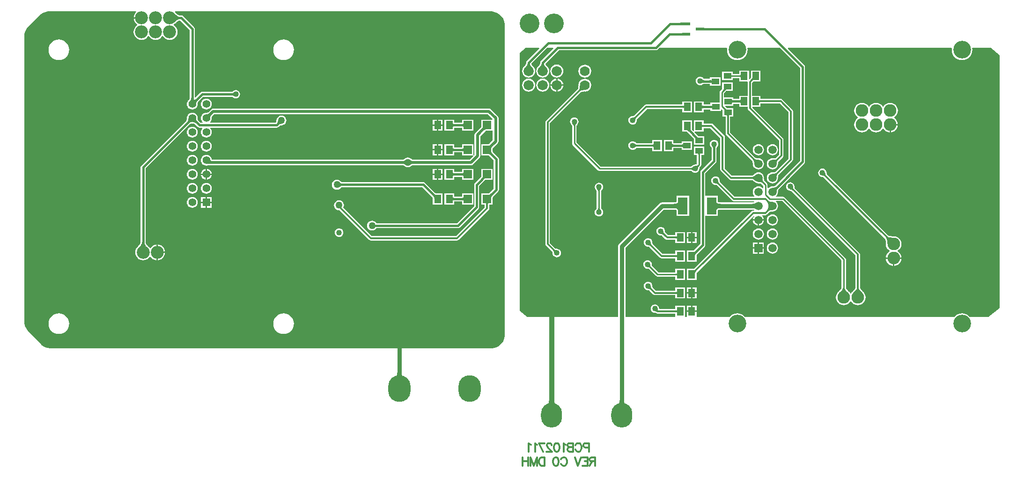
<source format=gbl>
G04 Layer_Physical_Order=2*
G04 Layer_Color=16711680*
%FSLAX24Y24*%
%MOIN*%
G70*
G01*
G75*
%ADD12R,0.0701X0.1240*%
%ADD15C,0.0300*%
%ADD16C,0.0120*%
%ADD17C,0.0150*%
%ADD18C,0.0350*%
%ADD19C,0.0100*%
%ADD20C,0.0200*%
%ADD21C,0.0560*%
%ADD22R,0.0560X0.0560*%
%ADD23C,0.0920*%
%ADD24O,0.1600X0.1900*%
%ADD25C,0.1260*%
%ADD26C,0.1400*%
%ADD27O,0.1500X0.1750*%
%ADD28C,0.0591*%
%ADD29R,0.0591X0.0591*%
%ADD30C,0.0900*%
%ADD31C,0.0720*%
%ADD32C,0.0700*%
%ADD33C,0.0350*%
%ADD34C,0.0500*%
%ADD35C,0.0400*%
%ADD36R,0.0492X0.0591*%
%ADD37R,0.0591X0.0591*%
%ADD38R,0.0551X0.0394*%
%ADD39R,0.0571X0.0236*%
%ADD40C,0.0180*%
G36*
X14805Y20776D02*
X14807Y20755D01*
X14810Y20735D01*
X14814Y20716D01*
X14820Y20698D01*
X14827Y20681D01*
X14835Y20665D01*
X14844Y20650D01*
X14855Y20636D01*
X14867Y20623D01*
X14782Y20538D01*
X14769Y20550D01*
X14755Y20561D01*
X14740Y20570D01*
X14724Y20578D01*
X14707Y20585D01*
X14689Y20591D01*
X14670Y20595D01*
X14650Y20598D01*
X14629Y20600D01*
X14607Y20600D01*
X14805Y20798D01*
X14805Y20776D01*
D02*
G37*
G36*
X17946Y20955D02*
X17952Y20879D01*
X17956Y20845D01*
X17963Y20814D01*
X17971Y20786D01*
X17980Y20761D01*
X17991Y20739D01*
X18003Y20720D01*
X18017Y20704D01*
X17946Y20634D01*
X17930Y20648D01*
X17911Y20660D01*
X17889Y20671D01*
X17864Y20680D01*
X17837Y20688D01*
X17806Y20694D01*
X17772Y20699D01*
X17696Y20704D01*
X17654Y20705D01*
X17946Y20997D01*
X17946Y20955D01*
D02*
G37*
G36*
X20119Y20342D02*
X20120Y20322D01*
X20121Y20302D01*
X20125Y20283D01*
X20130Y20266D01*
X20136Y20249D01*
X20144Y20233D01*
X20153Y20217D01*
X20164Y20203D01*
X20176Y20190D01*
X20085Y20111D01*
X20072Y20123D01*
X20058Y20134D01*
X20043Y20144D01*
X20027Y20152D01*
X20010Y20160D01*
X19991Y20166D01*
X19972Y20171D01*
X19952Y20175D01*
X19931Y20178D01*
X19909Y20180D01*
X20120Y20364D01*
X20119Y20342D01*
D02*
G37*
G36*
X19031Y20274D02*
X19015Y20256D01*
X19000Y20236D01*
X18987Y20213D01*
X18976Y20189D01*
X18966Y20163D01*
X18959Y20135D01*
X18953Y20105D01*
X18949Y20073D01*
X18947Y20039D01*
X18946Y20003D01*
X18654Y20295D01*
X18690Y20296D01*
X18724Y20298D01*
X18756Y20302D01*
X18786Y20308D01*
X18814Y20316D01*
X18840Y20325D01*
X18864Y20336D01*
X18886Y20349D01*
X18907Y20364D01*
X18925Y20380D01*
X19031Y20274D01*
D02*
G37*
G36*
X-22573Y26664D02*
X-22569Y26640D01*
X-22563Y26616D01*
X-22555Y26593D01*
X-22544Y26569D01*
X-22531Y26545D01*
X-22528Y26542D01*
X-22524Y26542D01*
X-22498Y26550D01*
X-22474Y26559D01*
X-22451Y26570D01*
X-22430Y26582D01*
X-22410Y26597D01*
X-22393Y26613D01*
X-22287Y26507D01*
X-22303Y26489D01*
X-22317Y26469D01*
X-22329Y26448D01*
X-22340Y26425D01*
X-22349Y26401D01*
X-22357Y26375D01*
X-22363Y26347D01*
X-22366Y26317D01*
X-22369Y26286D01*
X-22369Y26253D01*
X-22566Y26450D01*
X-22845D01*
X-22822Y26474D01*
X-22802Y26497D01*
X-22784Y26521D01*
X-22768Y26545D01*
X-22754Y26569D01*
X-22744Y26593D01*
X-22735Y26616D01*
X-22729Y26640D01*
X-22725Y26664D01*
X-22724Y26688D01*
X-22574D01*
X-22573Y26664D01*
D02*
G37*
G36*
X13244Y14370D02*
X13222Y14347D01*
X13188Y14306D01*
X13175Y14287D01*
X13165Y14270D01*
X13157Y14253D01*
X13153Y14238D01*
X13152Y14224D01*
X13153Y14212D01*
X13158Y14200D01*
X13039Y14418D01*
X13046Y14409D01*
X13055Y14404D01*
X13066Y14403D01*
X13080Y14406D01*
X13096Y14412D01*
X13114Y14423D01*
X13134Y14437D01*
X13157Y14456D01*
X13208Y14504D01*
X13244Y14370D01*
D02*
G37*
G36*
X24795Y13176D02*
X24803Y13144D01*
X24816Y13110D01*
X24833Y13073D01*
X24856Y13035D01*
X24884Y12994D01*
X24918Y12952D01*
X24999Y12860D01*
X25048Y12811D01*
X24418D01*
X24466Y12860D01*
X24548Y12952D01*
X24581Y12994D01*
X24609Y13035D01*
X24632Y13073D01*
X24650Y13110D01*
X24662Y13144D01*
X24670Y13176D01*
X24673Y13206D01*
X24793D01*
X24795Y13176D01*
D02*
G37*
G36*
X17440Y20793D02*
X17411Y20821D01*
X17357Y20868D01*
X17330Y20887D01*
X17304Y20903D01*
X17279Y20917D01*
X17254Y20927D01*
X17230Y20934D01*
X17207Y20939D01*
X17185Y20940D01*
Y21060D01*
X17207Y21061D01*
X17230Y21066D01*
X17254Y21073D01*
X17279Y21083D01*
X17304Y21097D01*
X17330Y21113D01*
X17357Y21132D01*
X17384Y21154D01*
X17440Y21207D01*
Y20793D01*
D02*
G37*
G36*
X-1108Y32812D02*
X-926Y32736D01*
X-762Y32627D01*
X-622Y32487D01*
X-513Y32324D01*
X-438Y32142D01*
X-399Y31948D01*
Y31850D01*
Y9850D01*
Y9752D01*
X-438Y9558D01*
X-513Y9376D01*
X-622Y9213D01*
X-762Y9073D01*
X-926Y8964D01*
X-1108Y8888D01*
X-1301Y8850D01*
X-32783D01*
X-32977Y8888D01*
X-33159Y8964D01*
X-33322Y9073D01*
X-33392Y9143D01*
X-34306Y10057D01*
X-34376Y10127D01*
X-34485Y10291D01*
X-34561Y10473D01*
X-34599Y10666D01*
Y10764D01*
Y31086D01*
Y31184D01*
X-34561Y31377D01*
X-34485Y31559D01*
X-34376Y31723D01*
X-34306Y31793D01*
Y31793D01*
X-33542Y32557D01*
X-33472Y32627D01*
X-33309Y32736D01*
X-33127Y32812D01*
X-32933Y32850D01*
X-26657D01*
X-26641Y32803D01*
X-26659Y32789D01*
X-26748Y32672D01*
X-26805Y32536D01*
X-26817Y32440D01*
X-26259D01*
Y32340D01*
X-26817D01*
X-26805Y32244D01*
X-26748Y32108D01*
X-26659Y31991D01*
X-26567Y31920D01*
Y31860D01*
X-26659Y31789D01*
X-26748Y31672D01*
X-26805Y31536D01*
X-26824Y31390D01*
X-26805Y31244D01*
X-26748Y31108D01*
X-26659Y30991D01*
X-26542Y30901D01*
X-26405Y30844D01*
X-26259Y30825D01*
X-26113Y30844D01*
X-25977Y30901D01*
X-25860Y30991D01*
X-25789Y31082D01*
X-25729D01*
X-25659Y30991D01*
X-25542Y30901D01*
X-25405Y30844D01*
X-25259Y30825D01*
X-25113Y30844D01*
X-24977Y30901D01*
X-24860Y30991D01*
X-24789Y31082D01*
X-24729D01*
X-24659Y30991D01*
X-24542Y30901D01*
X-24405Y30844D01*
X-24259Y30825D01*
X-24113Y30844D01*
X-23977Y30901D01*
X-23860Y30991D01*
X-23770Y31108D01*
X-23714Y31244D01*
X-23694Y31390D01*
X-23714Y31536D01*
X-23770Y31672D01*
X-23860Y31789D01*
X-23952Y31860D01*
Y31920D01*
X-23860Y31991D01*
X-23847Y32007D01*
X-23814Y32040D01*
X-23729Y32115D01*
X-23691Y32143D01*
X-23656Y32166D01*
X-23624Y32185D01*
X-23594Y32198D01*
X-23569Y32207D01*
X-23547Y32211D01*
X-23545Y32212D01*
X-23513D01*
X-22828Y31526D01*
Y26670D01*
X-22829Y26660D01*
X-22833Y26646D01*
X-22838Y26631D01*
X-22845Y26615D01*
X-22855Y26598D01*
X-22867Y26580D01*
X-22881Y26562D01*
X-22897Y26543D01*
X-22913Y26527D01*
X-22920Y26521D01*
X-22981Y26442D01*
X-23019Y26349D01*
X-23032Y26250D01*
X-23019Y26151D01*
X-22981Y26058D01*
X-22920Y25979D01*
X-22841Y25918D01*
X-22748Y25880D01*
X-22649Y25867D01*
X-22550Y25880D01*
X-22458Y25918D01*
X-22378Y25979D01*
X-22317Y26058D01*
X-22279Y26151D01*
X-22266Y26250D01*
X-22267Y26259D01*
X-22267Y26281D01*
X-22265Y26307D01*
X-22262Y26330D01*
X-22258Y26351D01*
X-22252Y26369D01*
X-22246Y26386D01*
X-22239Y26400D01*
X-22232Y26413D01*
X-22226Y26421D01*
X-21875Y26772D01*
X-19833D01*
X-19831Y26771D01*
X-19821Y26770D01*
X-19811Y26767D01*
X-19802Y26764D01*
X-19794Y26760D01*
X-19787Y26756D01*
X-19779Y26751D01*
X-19772Y26745D01*
X-19766Y26739D01*
X-19763Y26736D01*
X-19701Y26688D01*
X-19628Y26658D01*
X-19549Y26647D01*
X-19471Y26658D01*
X-19398Y26688D01*
X-19335Y26736D01*
X-19287Y26799D01*
X-19257Y26872D01*
X-19247Y26950D01*
X-19257Y27028D01*
X-19287Y27101D01*
X-19335Y27164D01*
X-19398Y27212D01*
X-19471Y27242D01*
X-19549Y27253D01*
X-19628Y27242D01*
X-19701Y27212D01*
X-19763Y27164D01*
X-19766Y27161D01*
X-19772Y27155D01*
X-19779Y27149D01*
X-19787Y27144D01*
X-19794Y27140D01*
X-19802Y27136D01*
X-19811Y27133D01*
X-19821Y27130D01*
X-19831Y27129D01*
X-19833Y27128D01*
X-21949D01*
X-22017Y27115D01*
X-22075Y27076D01*
X-22075Y27076D01*
X-22425Y26727D01*
X-22471Y26746D01*
Y31600D01*
X-22471Y31600D01*
X-22484Y31668D01*
X-22523Y31726D01*
X-22523Y31726D01*
X-23313Y32516D01*
X-23371Y32555D01*
X-23439Y32568D01*
X-23545D01*
X-23547Y32569D01*
X-23569Y32573D01*
X-23594Y32582D01*
X-23624Y32595D01*
X-23656Y32614D01*
X-23691Y32637D01*
X-23729Y32665D01*
X-23814Y32740D01*
X-23847Y32773D01*
X-23860Y32789D01*
X-23877Y32803D01*
X-23861Y32850D01*
X-1301D01*
X-1108Y32812D01*
D02*
G37*
G36*
X-19692Y26810D02*
X-19705Y26822D01*
X-19719Y26833D01*
X-19733Y26843D01*
X-19749Y26852D01*
X-19765Y26859D01*
X-19781Y26865D01*
X-19798Y26869D01*
X-19816Y26872D01*
X-19835Y26874D01*
X-19855Y26875D01*
Y27025D01*
X-19835Y27026D01*
X-19816Y27028D01*
X-19798Y27031D01*
X-19781Y27035D01*
X-19765Y27041D01*
X-19749Y27048D01*
X-19733Y27057D01*
X-19719Y27067D01*
X-19705Y27078D01*
X-19692Y27090D01*
Y26810D01*
D02*
G37*
G36*
X14681Y19272D02*
X14690Y19246D01*
X14705Y19224D01*
X14727Y19204D01*
X14754Y19188D01*
X14787Y19174D01*
X14826Y19164D01*
X14871Y19156D01*
X14922Y19152D01*
X14980Y19150D01*
Y18850D01*
X14922Y18849D01*
X14871Y18844D01*
X14826Y18836D01*
X14787Y18826D01*
X14754Y18813D01*
X14727Y18796D01*
X14705Y18777D01*
X14690Y18754D01*
X14681Y18728D01*
X14678Y18700D01*
Y19300D01*
X14681Y19272D01*
D02*
G37*
G36*
X12832Y24406D02*
X12833Y24400D01*
X12836Y24394D01*
X12840Y24386D01*
X12845Y24377D01*
X12853Y24367D01*
X12872Y24344D01*
X12899Y24316D01*
X12914Y24300D01*
X12702D01*
X12681Y24320D01*
X12659Y24338D01*
X12638Y24354D01*
X12617Y24368D01*
X12595Y24380D01*
X12574Y24390D01*
X12553Y24397D01*
X12532Y24403D01*
X12511Y24406D01*
X12490Y24407D01*
X12832Y24406D01*
D02*
G37*
G36*
X11922Y18700D02*
X11919Y18728D01*
X11910Y18754D01*
X11895Y18777D01*
X11874Y18796D01*
X11847Y18813D01*
X11814Y18826D01*
X11775Y18836D01*
X11730Y18844D01*
X11679Y18849D01*
X11622Y18850D01*
Y19150D01*
X11679Y19152D01*
X11730Y19156D01*
X11775Y19164D01*
X11814Y19174D01*
X11847Y19188D01*
X11874Y19204D01*
X11895Y19224D01*
X11910Y19246D01*
X11919Y19272D01*
X11922Y19300D01*
Y18700D01*
D02*
G37*
G36*
X13660Y24809D02*
X13664Y24798D01*
X13670Y24789D01*
X13678Y24782D01*
X13689Y24775D01*
X13702Y24770D01*
X13718Y24765D01*
X13736Y24762D01*
X13756Y24761D01*
X13779Y24760D01*
Y24640D01*
X13756Y24639D01*
X13736Y24638D01*
X13718Y24635D01*
X13702Y24630D01*
X13689Y24625D01*
X13678Y24618D01*
X13670Y24611D01*
X13664Y24602D01*
X13660Y24591D01*
X13659Y24580D01*
Y24820D01*
X13660Y24809D01*
D02*
G37*
G36*
X18648Y18705D02*
X18608Y18704D01*
X18536Y18699D01*
X18504Y18693D01*
X18474Y18687D01*
X18447Y18678D01*
X18422Y18668D01*
X18400Y18656D01*
X18381Y18643D01*
X18363Y18628D01*
X18279Y18713D01*
X18294Y18730D01*
X18307Y18749D01*
X18319Y18771D01*
X18329Y18796D01*
X18337Y18823D01*
X18344Y18853D01*
X18349Y18885D01*
X18353Y18920D01*
X18356Y18997D01*
X18648Y18705D01*
D02*
G37*
G36*
X14628Y23244D02*
X14617Y23230D01*
X14608Y23216D01*
X14599Y23201D01*
X14592Y23185D01*
X14586Y23168D01*
X14582Y23151D01*
X14578Y23133D01*
X14576Y23114D01*
X14576Y23095D01*
X14426D01*
X14425Y23114D01*
X14423Y23133D01*
X14420Y23151D01*
X14415Y23168D01*
X14410Y23185D01*
X14402Y23201D01*
X14394Y23216D01*
X14384Y23230D01*
X14373Y23244D01*
X14361Y23257D01*
X14641D01*
X14628Y23244D01*
D02*
G37*
G36*
X13265Y15682D02*
X13238Y15654D01*
X13194Y15602D01*
X13178Y15578D01*
X13165Y15556D01*
X13156Y15536D01*
X13151Y15517D01*
X13150Y15500D01*
X13153Y15484D01*
X13159Y15470D01*
X12996Y15732D01*
X13006Y15721D01*
X13018Y15715D01*
X13032Y15714D01*
X13050Y15717D01*
X13070Y15725D01*
X13092Y15738D01*
X13117Y15756D01*
X13145Y15779D01*
X13208Y15838D01*
X13265Y15682D01*
D02*
G37*
G36*
X18381Y19357D02*
X18400Y19344D01*
X18422Y19332D01*
X18447Y19322D01*
X18474Y19313D01*
X18504Y19307D01*
X18536Y19301D01*
X18571Y19298D01*
X18648Y19295D01*
X18356Y19003D01*
X18355Y19043D01*
X18349Y19115D01*
X18344Y19147D01*
X18337Y19177D01*
X18329Y19204D01*
X18319Y19229D01*
X18307Y19251D01*
X18294Y19270D01*
X18279Y19287D01*
X18363Y19372D01*
X18381Y19357D01*
D02*
G37*
G36*
X17440Y18793D02*
X17428Y18804D01*
X17413Y18814D01*
X17397Y18822D01*
X17378Y18830D01*
X17357Y18836D01*
X17334Y18841D01*
X17308Y18845D01*
X17281Y18848D01*
X17219Y18850D01*
Y19150D01*
X17251Y19151D01*
X17308Y19155D01*
X17334Y19159D01*
X17357Y19164D01*
X17378Y19170D01*
X17397Y19178D01*
X17413Y19186D01*
X17428Y19196D01*
X17440Y19207D01*
Y18793D01*
D02*
G37*
G36*
X13266Y23949D02*
X13316Y23907D01*
X13339Y23891D01*
X13361Y23879D01*
X13382Y23870D01*
X13401Y23864D01*
X13419Y23862D01*
X13435Y23864D01*
X13450Y23868D01*
X13161Y23736D01*
X13173Y23744D01*
X13179Y23755D01*
X13181Y23769D01*
X13178Y23786D01*
X13170Y23806D01*
X13157Y23828D01*
X13138Y23854D01*
X13115Y23883D01*
X13053Y23948D01*
X13238Y23976D01*
X13266Y23949D01*
D02*
G37*
G36*
X2378Y29140D02*
X2383Y29112D01*
X2392Y29082D01*
X2404Y29052D01*
X2420Y29022D01*
X2440Y28990D01*
X2463Y28958D01*
X2489Y28925D01*
X2553Y28857D01*
X2049D01*
X2082Y28891D01*
X2139Y28958D01*
X2162Y28990D01*
X2182Y29022D01*
X2197Y29052D01*
X2210Y29082D01*
X2219Y29112D01*
X2224Y29140D01*
X2226Y29168D01*
X2376D01*
X2378Y29140D01*
D02*
G37*
G36*
X8087Y5187D02*
X8091Y5128D01*
X8099Y5076D01*
X8109Y5031D01*
X8123Y4992D01*
X8139Y4961D01*
X8159Y4937D01*
X8181Y4919D01*
X8207Y4909D01*
X8235Y4905D01*
X7636D01*
X7664Y4909D01*
X7690Y4919D01*
X7712Y4937D01*
X7732Y4961D01*
X7748Y4992D01*
X7762Y5031D01*
X7772Y5076D01*
X7779Y5128D01*
X7784Y5187D01*
X7785Y5253D01*
X8085D01*
X8087Y5187D01*
D02*
G37*
G36*
X1378Y29140D02*
X1383Y29112D01*
X1392Y29082D01*
X1404Y29052D01*
X1420Y29022D01*
X1440Y28990D01*
X1463Y28958D01*
X1489Y28925D01*
X1553Y28857D01*
X1049D01*
X1082Y28891D01*
X1139Y28958D01*
X1162Y28990D01*
X1182Y29022D01*
X1197Y29052D01*
X1210Y29082D01*
X1219Y29112D01*
X1224Y29140D01*
X1226Y29168D01*
X1376D01*
X1378Y29140D01*
D02*
G37*
G36*
X11843Y11380D02*
X11841Y11391D01*
X11838Y11402D01*
X11832Y11411D01*
X11823Y11418D01*
X11813Y11425D01*
X11799Y11430D01*
X11784Y11435D01*
X11766Y11438D01*
X11745Y11439D01*
X11723Y11440D01*
Y11560D01*
X11745Y11561D01*
X11766Y11562D01*
X11784Y11565D01*
X11799Y11570D01*
X11813Y11575D01*
X11823Y11582D01*
X11832Y11589D01*
X11838Y11598D01*
X11841Y11609D01*
X11843Y11620D01*
Y11380D01*
D02*
G37*
G36*
X-7748Y7159D02*
X-7743Y7101D01*
X-7736Y7049D01*
X-7725Y7004D01*
X-7712Y6967D01*
X-7695Y6936D01*
X-7676Y6912D01*
X-7653Y6894D01*
X-7628Y6884D01*
X-7600Y6881D01*
X-8199D01*
X-8170Y6884D01*
X-8145Y6894D01*
X-8123Y6912D01*
X-8103Y6936D01*
X-8087Y6967D01*
X-8073Y7004D01*
X-8063Y7049D01*
X-8055Y7101D01*
X-8051Y7159D01*
X-8049Y7225D01*
X-7749D01*
X-7748Y7159D01*
D02*
G37*
G36*
X3112Y5219D02*
X3126Y5085D01*
X3138Y5031D01*
X3154Y4985D01*
X3173Y4947D01*
X3196Y4918D01*
X3222Y4897D01*
X3252Y4885D01*
X3285Y4881D01*
X2586D01*
X2619Y4885D01*
X2649Y4897D01*
X2675Y4918D01*
X2698Y4947D01*
X2717Y4985D01*
X2733Y5031D01*
X2745Y5085D01*
X2753Y5148D01*
X2759Y5219D01*
X2760Y5298D01*
X3110D01*
X3112Y5219D01*
D02*
G37*
G36*
X12254Y31857D02*
X12252Y31865D01*
X12248Y31872D01*
X12240Y31878D01*
X12230Y31884D01*
X12216Y31889D01*
X12200Y31892D01*
X12180Y31895D01*
X12158Y31897D01*
X12104Y31899D01*
Y32049D01*
X12132Y32049D01*
X12180Y32053D01*
X12200Y32056D01*
X12216Y32059D01*
X12230Y32064D01*
X12240Y32070D01*
X12248Y32076D01*
X12252Y32083D01*
X12254Y32091D01*
Y31857D01*
D02*
G37*
G36*
X-23883Y32665D02*
X-23793Y32586D01*
X-23750Y32554D01*
X-23709Y32527D01*
X-23670Y32505D01*
X-23632Y32487D01*
X-23596Y32475D01*
X-23562Y32467D01*
X-23529Y32465D01*
Y32315D01*
X-23562Y32313D01*
X-23596Y32305D01*
X-23632Y32293D01*
X-23670Y32275D01*
X-23709Y32253D01*
X-23750Y32226D01*
X-23793Y32194D01*
X-23883Y32115D01*
X-23931Y32068D01*
Y32712D01*
X-23883Y32665D01*
D02*
G37*
G36*
X13749Y31709D02*
X13754Y31702D01*
X13761Y31696D01*
X13772Y31690D01*
X13785Y31685D01*
X13802Y31682D01*
X13821Y31679D01*
X13844Y31677D01*
X13898Y31675D01*
Y31525D01*
X13869Y31525D01*
X13821Y31521D01*
X13802Y31518D01*
X13785Y31515D01*
X13772Y31510D01*
X13761Y31504D01*
X13754Y31498D01*
X13749Y31491D01*
X13748Y31483D01*
Y31717D01*
X13749Y31709D01*
D02*
G37*
G36*
X34841Y29740D02*
Y11737D01*
X34027Y11100D01*
X32698D01*
X32669Y11135D01*
X32558Y11226D01*
X32431Y11294D01*
X32294Y11336D01*
X32151Y11350D01*
X32008Y11336D01*
X31870Y11294D01*
X31743Y11226D01*
X31632Y11135D01*
X31603Y11100D01*
X16698D01*
X16669Y11135D01*
X16558Y11226D01*
X16431Y11294D01*
X16294Y11336D01*
X16151Y11350D01*
X16008Y11336D01*
X15870Y11294D01*
X15743Y11226D01*
X15632Y11135D01*
X15603Y11100D01*
X13308D01*
X13260Y11105D01*
X13260Y11150D01*
Y11450D01*
X12914D01*
X12568D01*
X12568Y11105D01*
X12520Y11100D01*
X12482D01*
X12433Y11105D01*
X12433Y11150D01*
Y11895D01*
X11741D01*
Y11663D01*
X10632D01*
X10589Y11686D01*
X10579Y11764D01*
X10549Y11837D01*
X10501Y11900D01*
X10438Y11948D01*
X10365Y11978D01*
X10287Y11988D01*
X10208Y11978D01*
X10135Y11948D01*
X10073Y11900D01*
X10025Y11837D01*
X9994Y11764D01*
X9984Y11686D01*
X9994Y11608D01*
X10025Y11535D01*
X10073Y11472D01*
X10135Y11424D01*
X10208Y11394D01*
X10287Y11383D01*
X10291Y11384D01*
X10307Y11384D01*
X10340Y11382D01*
X10351Y11381D01*
X10360Y11379D01*
X10366Y11378D01*
X10368Y11377D01*
X10410Y11349D01*
X10472Y11337D01*
X11741D01*
X11741Y11105D01*
X11693Y11100D01*
X8190D01*
Y16029D01*
X10906Y18745D01*
X11691D01*
X11717Y18743D01*
X11753Y18737D01*
X11781Y18729D01*
X11801Y18721D01*
X11812Y18714D01*
X11817Y18710D01*
X11818Y18708D01*
X11819Y18706D01*
X11821Y18689D01*
X11821Y18689D01*
Y18280D01*
X12722D01*
Y19720D01*
X11821D01*
Y19311D01*
X11821Y19311D01*
X11819Y19294D01*
X11818Y19292D01*
X11817Y19290D01*
X11812Y19286D01*
X11801Y19279D01*
X11781Y19271D01*
X11753Y19263D01*
X11717Y19257D01*
X11691Y19255D01*
X10801D01*
X10703Y19236D01*
X10621Y19180D01*
X7755Y16315D01*
X7700Y16232D01*
X7681Y16135D01*
Y11100D01*
X1213D01*
X671Y11525D01*
Y29910D01*
X1105Y30250D01*
X2033D01*
X2052Y30204D01*
X1175Y29326D01*
X1136Y29268D01*
X1122Y29200D01*
Y29151D01*
X1119Y29136D01*
X1114Y29117D01*
X1105Y29095D01*
X1093Y29072D01*
X1077Y29047D01*
X1059Y29021D01*
X1007Y28960D01*
X984Y28937D01*
X973Y28928D01*
X899Y28832D01*
X853Y28720D01*
X837Y28600D01*
X853Y28480D01*
X899Y28368D01*
X973Y28272D01*
X1069Y28198D01*
X1181Y28152D01*
X1301Y28136D01*
X1421Y28152D01*
X1533Y28198D01*
X1629Y28272D01*
X1703Y28368D01*
X1749Y28480D01*
X1765Y28600D01*
X1749Y28720D01*
X1703Y28832D01*
X1629Y28928D01*
X1619Y28936D01*
X1566Y28992D01*
X1544Y29020D01*
X1524Y29047D01*
X1509Y29072D01*
X1497Y29095D01*
X1488Y29117D01*
X1484Y29131D01*
X2603Y30250D01*
X3033D01*
X3052Y30204D01*
X2175Y29326D01*
X2136Y29268D01*
X2122Y29200D01*
Y29151D01*
X2119Y29136D01*
X2114Y29117D01*
X2105Y29095D01*
X2093Y29072D01*
X2077Y29047D01*
X2059Y29021D01*
X2007Y28960D01*
X1984Y28937D01*
X1973Y28928D01*
X1899Y28832D01*
X1853Y28720D01*
X1837Y28600D01*
X1853Y28480D01*
X1899Y28368D01*
X1973Y28272D01*
X2069Y28198D01*
X2181Y28152D01*
X2301Y28136D01*
X2421Y28152D01*
X2533Y28198D01*
X2629Y28272D01*
X2703Y28368D01*
X2749Y28480D01*
X2765Y28600D01*
X2749Y28720D01*
X2703Y28832D01*
X2629Y28928D01*
X2619Y28936D01*
X2566Y28992D01*
X2544Y29020D01*
X2524Y29047D01*
X2509Y29072D01*
X2497Y29095D01*
X2488Y29117D01*
X2484Y29131D01*
X3451Y30098D01*
X10377D01*
X10445Y30111D01*
X10503Y30150D01*
X10603Y30250D01*
X15393D01*
X15427Y30213D01*
X15417Y30117D01*
X15431Y29973D01*
X15473Y29836D01*
X15541Y29709D01*
X15632Y29598D01*
X15743Y29507D01*
X15870Y29439D01*
X16008Y29397D01*
X16151Y29383D01*
X16294Y29397D01*
X16431Y29439D01*
X16558Y29507D01*
X16669Y29598D01*
X16761Y29709D01*
X16828Y29836D01*
X16870Y29973D01*
X16884Y30117D01*
X16875Y30213D01*
X16908Y30250D01*
X19198D01*
X20622Y28826D01*
Y22224D01*
X18839Y20441D01*
X18831Y20435D01*
X18817Y20427D01*
X18801Y20419D01*
X18783Y20413D01*
X18763Y20407D01*
X18739Y20403D01*
X18714Y20400D01*
X18685Y20398D01*
X18661Y20397D01*
X18651Y20399D01*
X18548Y20385D01*
X18451Y20345D01*
X18369Y20282D01*
X18361Y20272D01*
X18314Y20288D01*
Y20490D01*
X18302Y20549D01*
X18269Y20598D01*
X18084Y20783D01*
X18080Y20790D01*
X18074Y20802D01*
X18068Y20818D01*
X18062Y20838D01*
X18057Y20863D01*
X18053Y20889D01*
X18048Y20958D01*
X18048Y20989D01*
X18049Y21000D01*
X18036Y21103D01*
X17996Y21199D01*
X17933Y21282D01*
X17850Y21345D01*
X17754Y21385D01*
X17651Y21399D01*
X17548Y21385D01*
X17451Y21345D01*
X17369Y21282D01*
X17363Y21274D01*
X17317Y21231D01*
X17295Y21213D01*
X17273Y21198D01*
X17253Y21185D01*
X17236Y21176D01*
X17220Y21169D01*
X17206Y21165D01*
X17196Y21163D01*
X15768D01*
X15264Y21668D01*
Y23900D01*
X15251Y23962D01*
X15216Y24015D01*
X14416Y24815D01*
X14363Y24851D01*
X14301Y24863D01*
X13760D01*
Y25095D01*
X13068D01*
Y24363D01*
X13018Y24342D01*
X12948Y24412D01*
X12933Y24430D01*
Y25095D01*
X12241D01*
Y24305D01*
X12495D01*
X12500Y24304D01*
X12512Y24303D01*
X12523Y24300D01*
X12536Y24295D01*
X12549Y24289D01*
X12564Y24281D01*
X12579Y24271D01*
X12595Y24259D01*
X12604Y24251D01*
X13011Y23845D01*
X13038Y23815D01*
X13057Y23792D01*
X13058Y23791D01*
Y23377D01*
X13809D01*
Y23971D01*
X13406D01*
X13394Y23978D01*
X13378Y23989D01*
X13341Y24020D01*
X13105Y24255D01*
X13126Y24305D01*
X13760D01*
Y24537D01*
X14233D01*
X14938Y23832D01*
Y21600D01*
X14950Y21538D01*
X14985Y21485D01*
X15585Y20885D01*
X15638Y20849D01*
X15701Y20837D01*
X17196D01*
X17206Y20835D01*
X17220Y20831D01*
X17236Y20824D01*
X17253Y20815D01*
X17273Y20802D01*
X17294Y20788D01*
X17343Y20746D01*
X17362Y20727D01*
X17369Y20718D01*
X17451Y20655D01*
X17548Y20615D01*
X17651Y20601D01*
X17661Y20603D01*
X17692Y20602D01*
X17761Y20598D01*
X17788Y20594D01*
X17812Y20589D01*
X17833Y20583D01*
X17849Y20577D01*
X17861Y20571D01*
X17868Y20566D01*
X18008Y20427D01*
Y20266D01*
X17958Y20249D01*
X17933Y20282D01*
X17850Y20345D01*
X17754Y20385D01*
X17651Y20399D01*
X17548Y20385D01*
X17451Y20345D01*
X17369Y20282D01*
X17306Y20199D01*
X17266Y20103D01*
X17252Y20000D01*
X17266Y19897D01*
X17306Y19801D01*
X17369Y19718D01*
X17379Y19710D01*
X17363Y19663D01*
X15972D01*
X14930Y20705D01*
X14928Y20708D01*
X14924Y20715D01*
X14919Y20723D01*
X14916Y20732D01*
X14913Y20743D01*
X14910Y20754D01*
X14908Y20767D01*
X14907Y20781D01*
X14907Y20796D01*
X14907Y20800D01*
X14897Y20878D01*
X14867Y20951D01*
X14819Y21014D01*
X14756Y21062D01*
X14683Y21092D01*
X14605Y21103D01*
X14526Y21092D01*
X14453Y21062D01*
X14391Y21014D01*
X14343Y20951D01*
X14312Y20878D01*
X14302Y20800D01*
X14312Y20722D01*
X14343Y20649D01*
X14391Y20586D01*
X14453Y20538D01*
X14526Y20508D01*
X14605Y20497D01*
X14609Y20498D01*
X14624Y20498D01*
X14638Y20497D01*
X14651Y20495D01*
X14662Y20492D01*
X14672Y20489D01*
X14681Y20485D01*
X14689Y20481D01*
X14697Y20477D01*
X14699Y20475D01*
X15789Y19385D01*
X15842Y19349D01*
X15905Y19337D01*
X17336D01*
X17358Y19287D01*
X17339Y19265D01*
X17331Y19263D01*
X17315Y19259D01*
X17297Y19256D01*
X17277Y19255D01*
X14910D01*
X14884Y19257D01*
X14848Y19263D01*
X14819Y19271D01*
X14800Y19279D01*
X14788Y19286D01*
X14783Y19290D01*
X14782Y19292D01*
X14781Y19294D01*
X14781Y19301D01*
Y19720D01*
X13929D01*
X13880Y19720D01*
X13879Y19770D01*
Y21326D01*
X14627Y22074D01*
X14666Y22132D01*
X14679Y22200D01*
X14679Y22200D01*
Y23117D01*
X14679Y23118D01*
X14681Y23129D01*
X14684Y23138D01*
X14687Y23147D01*
X14690Y23155D01*
X14695Y23162D01*
X14700Y23170D01*
X14705Y23177D01*
X14711Y23184D01*
X14715Y23186D01*
X14763Y23249D01*
X14793Y23322D01*
X14803Y23400D01*
X14793Y23478D01*
X14763Y23551D01*
X14715Y23614D01*
X14652Y23662D01*
X14579Y23692D01*
X14501Y23703D01*
X14422Y23692D01*
X14349Y23662D01*
X14287Y23614D01*
X14239Y23551D01*
X14209Y23478D01*
X14198Y23400D01*
X14209Y23322D01*
X14239Y23249D01*
X14287Y23186D01*
X14290Y23184D01*
X14296Y23177D01*
X14302Y23170D01*
X14307Y23162D01*
X14311Y23155D01*
X14315Y23147D01*
X14318Y23138D01*
X14320Y23129D01*
X14322Y23118D01*
X14322Y23117D01*
Y22274D01*
X13575Y21526D01*
X13536Y21468D01*
X13522Y21400D01*
Y16298D01*
X13106Y15882D01*
X13078Y15856D01*
X13056Y15838D01*
X13049Y15833D01*
X13005D01*
X13002Y15833D01*
X12998Y15833D01*
X12568D01*
Y15042D01*
X13260D01*
Y15469D01*
X13261Y15473D01*
X13260Y15476D01*
Y15517D01*
X13264Y15524D01*
X13275Y15540D01*
X13308Y15579D01*
X13827Y16098D01*
X13866Y16156D01*
X13879Y16224D01*
Y18230D01*
X13880Y18280D01*
X13929Y18280D01*
X14781D01*
Y18699D01*
X14781Y18706D01*
X14782Y18708D01*
X14783Y18710D01*
X14788Y18714D01*
X14800Y18721D01*
X14819Y18729D01*
X14848Y18737D01*
X14884Y18743D01*
X14910Y18745D01*
X17282D01*
X17295Y18744D01*
X17315Y18741D01*
X17331Y18737D01*
X17339Y18735D01*
X17358Y18713D01*
X17336Y18663D01*
X17289D01*
X17227Y18651D01*
X17174Y18615D01*
X13112Y14553D01*
X13090Y14533D01*
X13075Y14520D01*
X12568D01*
Y13730D01*
X13260D01*
Y14232D01*
X13261Y14233D01*
X13269Y14244D01*
X13293Y14273D01*
X17319Y18299D01*
X17357Y18266D01*
X17306Y18199D01*
X17266Y18103D01*
X17259Y18050D01*
X17651D01*
X18043D01*
X18036Y18103D01*
X17996Y18199D01*
X17933Y18282D01*
X17923Y18290D01*
X17939Y18337D01*
X18151D01*
X18213Y18349D01*
X18266Y18385D01*
X18445Y18563D01*
X18453Y18569D01*
X18466Y18576D01*
X18482Y18582D01*
X18501Y18588D01*
X18523Y18593D01*
X18548Y18597D01*
X18613Y18602D01*
X18640Y18603D01*
X18651Y18601D01*
X18754Y18615D01*
X18850Y18655D01*
X18933Y18718D01*
X18996Y18801D01*
X19036Y18897D01*
X19049Y19000D01*
X19036Y19103D01*
X18996Y19199D01*
X18933Y19282D01*
X18913Y19297D01*
X18930Y19347D01*
X19357D01*
X23580Y15125D01*
Y13201D01*
X23579Y13196D01*
X23575Y13179D01*
X23566Y13157D01*
X23552Y13129D01*
X23532Y13097D01*
X23507Y13062D01*
X23393Y12931D01*
X23357Y12895D01*
X23340Y12882D01*
X23252Y12767D01*
X23197Y12633D01*
X23178Y12490D01*
X23197Y12346D01*
X23252Y12212D01*
X23340Y12098D01*
X23455Y12009D01*
X23589Y11954D01*
X23733Y11935D01*
X23876Y11954D01*
X24010Y12009D01*
X24125Y12098D01*
X24203Y12200D01*
X24220Y12204D01*
X24245D01*
X24262Y12200D01*
X24340Y12098D01*
X24455Y12009D01*
X24589Y11954D01*
X24733Y11935D01*
X24876Y11954D01*
X25010Y12009D01*
X25125Y12098D01*
X25213Y12212D01*
X25269Y12346D01*
X25287Y12490D01*
X25269Y12633D01*
X25213Y12767D01*
X25125Y12882D01*
X25108Y12895D01*
X25074Y12930D01*
X24996Y13017D01*
X24967Y13055D01*
X24942Y13090D01*
X24923Y13122D01*
X24909Y13150D01*
X24901Y13173D01*
X24896Y13192D01*
X24896Y13196D01*
Y15548D01*
X24883Y15611D01*
X24848Y15663D01*
X20239Y20272D01*
X20237Y20275D01*
X20233Y20281D01*
X20230Y20289D01*
X20227Y20297D01*
X20224Y20306D01*
X20223Y20316D01*
X20221Y20328D01*
X20221Y20341D01*
X20222Y20359D01*
X20221Y20364D01*
X20223Y20380D01*
X20213Y20458D01*
X20183Y20531D01*
X20135Y20594D01*
X20072Y20642D01*
X19999Y20672D01*
X19921Y20683D01*
X19842Y20672D01*
X19769Y20642D01*
X19707Y20594D01*
X19659Y20531D01*
X19629Y20458D01*
X19618Y20380D01*
X19629Y20302D01*
X19659Y20229D01*
X19707Y20166D01*
X19769Y20118D01*
X19842Y20088D01*
X19891Y20081D01*
X19900Y20079D01*
X19919Y20077D01*
X19935Y20075D01*
X19949Y20072D01*
X19961Y20069D01*
X19972Y20065D01*
X19982Y20060D01*
X19991Y20056D01*
X19999Y20051D01*
X20002Y20048D01*
X24570Y15481D01*
Y13196D01*
X24569Y13192D01*
X24565Y13173D01*
X24556Y13150D01*
X24542Y13122D01*
X24523Y13090D01*
X24499Y13055D01*
X24469Y13017D01*
X24392Y12930D01*
X24357Y12895D01*
X24340Y12882D01*
X24262Y12780D01*
X24245Y12776D01*
X24220D01*
X24203Y12780D01*
X24125Y12882D01*
X24108Y12895D01*
X24071Y12933D01*
X24029Y12978D01*
X23959Y13062D01*
X23934Y13097D01*
X23914Y13129D01*
X23899Y13157D01*
X23890Y13179D01*
X23886Y13196D01*
X23886Y13201D01*
Y15188D01*
X23874Y15247D01*
X23841Y15296D01*
X19529Y19608D01*
X19479Y19641D01*
X19421Y19653D01*
X18930D01*
X18913Y19703D01*
X18933Y19718D01*
X18996Y19801D01*
X19036Y19897D01*
X19049Y20000D01*
X19048Y20010D01*
X19048Y20035D01*
X19050Y20063D01*
X19054Y20089D01*
X19058Y20112D01*
X19064Y20132D01*
X19070Y20150D01*
X19077Y20166D01*
X19085Y20180D01*
X19092Y20189D01*
X20927Y22024D01*
X20966Y22082D01*
X20979Y22150D01*
Y28900D01*
X20979Y28900D01*
X20966Y28968D01*
X20927Y29026D01*
X20927Y29026D01*
X19749Y30204D01*
X19768Y30250D01*
X31393D01*
X31427Y30213D01*
X31417Y30117D01*
X31431Y29973D01*
X31473Y29836D01*
X31541Y29709D01*
X31632Y29598D01*
X31743Y29507D01*
X31870Y29439D01*
X32008Y29397D01*
X32151Y29383D01*
X32294Y29397D01*
X32431Y29439D01*
X32558Y29507D01*
X32669Y29598D01*
X32761Y29709D01*
X32828Y29836D01*
X32870Y29973D01*
X32884Y30117D01*
X32875Y30213D01*
X32908Y30250D01*
X34190D01*
X34841Y29740D01*
D02*
G37*
G36*
X12254Y31109D02*
X12252Y31117D01*
X12248Y31124D01*
X12240Y31130D01*
X12230Y31136D01*
X12216Y31141D01*
X12200Y31144D01*
X12180Y31147D01*
X12158Y31149D01*
X12104Y31151D01*
Y31301D01*
X12132Y31301D01*
X12180Y31305D01*
X12200Y31308D01*
X12216Y31311D01*
X12230Y31316D01*
X12240Y31322D01*
X12248Y31328D01*
X12252Y31335D01*
X12254Y31343D01*
Y31109D01*
D02*
G37*
G36*
X23785Y13179D02*
X23793Y13148D01*
X23807Y13114D01*
X23825Y13078D01*
X23849Y13040D01*
X23878Y12999D01*
X23952Y12910D01*
X23997Y12862D01*
X24048Y12811D01*
X23418D01*
X23468Y12862D01*
X23587Y12999D01*
X23616Y13040D01*
X23640Y13078D01*
X23659Y13114D01*
X23672Y13148D01*
X23680Y13179D01*
X23683Y13207D01*
X23783D01*
X23785Y13179D01*
D02*
G37*
G36*
X10487Y11662D02*
X10491Y11607D01*
X10493Y11592D01*
X10496Y11579D01*
X10500Y11567D01*
X10504Y11557D01*
X10509Y11549D01*
X10515Y11542D01*
X10430Y11458D01*
X10423Y11463D01*
X10415Y11468D01*
X10405Y11472D01*
X10393Y11476D01*
X10380Y11479D01*
X10365Y11482D01*
X10348Y11484D01*
X10310Y11486D01*
X10289Y11486D01*
X10487Y11684D01*
X10487Y11662D01*
D02*
G37*
%LPC*%
G36*
X-5226Y21645D02*
X-5522D01*
Y21300D01*
X-5226D01*
Y21645D01*
D02*
G37*
G36*
X-22649Y19633D02*
X-22748Y19620D01*
X-22841Y19582D01*
X-22920Y19521D01*
X-22981Y19442D01*
X-23019Y19349D01*
X-23032Y19250D01*
X-23019Y19151D01*
X-22981Y19058D01*
X-22920Y18979D01*
X-22841Y18918D01*
X-22748Y18880D01*
X-22649Y18867D01*
X-22550Y18880D01*
X-22458Y18918D01*
X-22378Y18979D01*
X-22317Y19058D01*
X-22279Y19151D01*
X-22266Y19250D01*
X-22279Y19349D01*
X-22317Y19442D01*
X-22378Y19521D01*
X-22458Y19582D01*
X-22550Y19620D01*
X-22649Y19633D01*
D02*
G37*
G36*
X-21269Y19200D02*
X-21599D01*
Y18870D01*
X-21269D01*
Y19200D01*
D02*
G37*
G36*
X-21699D02*
X-22029D01*
Y18870D01*
X-21699D01*
Y19200D01*
D02*
G37*
G36*
X-5226Y21200D02*
X-5522D01*
Y20855D01*
X-5226D01*
Y21200D01*
D02*
G37*
G36*
X-22649Y21633D02*
X-22748Y21620D01*
X-22841Y21582D01*
X-22920Y21521D01*
X-22981Y21442D01*
X-23019Y21349D01*
X-23032Y21250D01*
X-23019Y21151D01*
X-22981Y21058D01*
X-22920Y20979D01*
X-22841Y20918D01*
X-22748Y20880D01*
X-22649Y20867D01*
X-22550Y20880D01*
X-22458Y20918D01*
X-22378Y20979D01*
X-22317Y21058D01*
X-22279Y21151D01*
X-22266Y21250D01*
X-22279Y21349D01*
X-22317Y21442D01*
X-22378Y21521D01*
X-22458Y21582D01*
X-22550Y21620D01*
X-22649Y21633D01*
D02*
G37*
G36*
X-21699Y21200D02*
X-22026D01*
X-22019Y21151D01*
X-21981Y21058D01*
X-21920Y20979D01*
X-21841Y20918D01*
X-21748Y20880D01*
X-21699Y20873D01*
Y21200D01*
D02*
G37*
G36*
X-21273D02*
X-21599D01*
Y20873D01*
X-21550Y20880D01*
X-21458Y20918D01*
X-21378Y20979D01*
X-21317Y21058D01*
X-21279Y21151D01*
X-21273Y21200D01*
D02*
G37*
G36*
X-4830Y21200D02*
X-5126D01*
Y20855D01*
X-4830D01*
Y21200D01*
D02*
G37*
G36*
Y21645D02*
X-5126D01*
Y21300D01*
X-4830D01*
Y21645D01*
D02*
G37*
G36*
X-22649Y20633D02*
X-22748Y20620D01*
X-22841Y20582D01*
X-22920Y20521D01*
X-22981Y20442D01*
X-23019Y20349D01*
X-23032Y20250D01*
X-23019Y20151D01*
X-22981Y20058D01*
X-22920Y19979D01*
X-22841Y19918D01*
X-22748Y19880D01*
X-22649Y19867D01*
X-22550Y19880D01*
X-22458Y19918D01*
X-22378Y19979D01*
X-22317Y20058D01*
X-22279Y20151D01*
X-22266Y20250D01*
X-22279Y20349D01*
X-22317Y20442D01*
X-22378Y20521D01*
X-22458Y20582D01*
X-22550Y20620D01*
X-22649Y20633D01*
D02*
G37*
G36*
X-21599Y21627D02*
Y21300D01*
X-21273D01*
X-21279Y21349D01*
X-21317Y21442D01*
X-21378Y21521D01*
X-21458Y21582D01*
X-21550Y21620D01*
X-21599Y21627D01*
D02*
G37*
G36*
X-21649Y20633D02*
X-21748Y20620D01*
X-21841Y20582D01*
X-21920Y20521D01*
X-21981Y20442D01*
X-22019Y20349D01*
X-22032Y20250D01*
X-22019Y20151D01*
X-21981Y20058D01*
X-21920Y19979D01*
X-21841Y19918D01*
X-21748Y19880D01*
X-21649Y19867D01*
X-21550Y19880D01*
X-21458Y19918D01*
X-21378Y19979D01*
X-21317Y20058D01*
X-21279Y20151D01*
X-21266Y20250D01*
X-21279Y20349D01*
X-21317Y20442D01*
X-21378Y20521D01*
X-21458Y20582D01*
X-21550Y20620D01*
X-21649Y20633D01*
D02*
G37*
G36*
X-2643Y21645D02*
X-3433D01*
Y21430D01*
X-3441Y21429D01*
X-3450Y21428D01*
X-3987D01*
X-3995Y21429D01*
X-4003Y21430D01*
Y21645D01*
X-4695D01*
Y20855D01*
X-4003D01*
Y21070D01*
X-3995Y21071D01*
X-3987Y21072D01*
X-3450D01*
X-3441Y21071D01*
X-3433Y21070D01*
Y20855D01*
X-2643D01*
Y21645D01*
D02*
G37*
G36*
X-21699Y19630D02*
X-22029D01*
Y19300D01*
X-21699D01*
Y19630D01*
D02*
G37*
G36*
X-12350Y20870D02*
X-12441Y20858D01*
X-12527Y20823D01*
X-12600Y20767D01*
X-12656Y20693D01*
X-12691Y20608D01*
X-12703Y20517D01*
X-12691Y20426D01*
X-12656Y20340D01*
X-12600Y20267D01*
X-12527Y20211D01*
X-12441Y20176D01*
X-12350Y20164D01*
X-12259Y20176D01*
X-12173Y20211D01*
X-12100Y20267D01*
X-12096Y20273D01*
X-12083Y20285D01*
X-12068Y20298D01*
X-12054Y20309D01*
X-12040Y20318D01*
X-12026Y20325D01*
X-12013Y20330D01*
X-12000Y20335D01*
X-11987Y20338D01*
X-11980Y20338D01*
X-6267D01*
X-5566Y19637D01*
X-5554Y19624D01*
X-5537Y19603D01*
X-5525Y19586D01*
X-5522Y19580D01*
Y19105D01*
X-4830D01*
Y19895D01*
X-5311D01*
X-5316Y19899D01*
X-5361Y19937D01*
X-6067Y20643D01*
X-6125Y20682D01*
X-6193Y20695D01*
X-11980D01*
X-11987Y20696D01*
X-12000Y20699D01*
X-12013Y20703D01*
X-12026Y20709D01*
X-12040Y20716D01*
X-12054Y20725D01*
X-12068Y20736D01*
X-12083Y20749D01*
X-12096Y20761D01*
X-12100Y20767D01*
X-12173Y20823D01*
X-12259Y20858D01*
X-12350Y20870D01*
D02*
G37*
G36*
X-21269Y19630D02*
X-21599D01*
Y19300D01*
X-21269D01*
Y19630D01*
D02*
G37*
G36*
X-2643Y19895D02*
X-3433D01*
Y19680D01*
X-3441Y19679D01*
X-3450Y19678D01*
X-3987D01*
X-3995Y19679D01*
X-4003Y19681D01*
Y19895D01*
X-4695D01*
Y19105D01*
X-4003D01*
Y19319D01*
X-3995Y19321D01*
X-3987Y19322D01*
X-3450D01*
X-3441Y19321D01*
X-3433Y19320D01*
Y19105D01*
X-2643D01*
Y19895D01*
D02*
G37*
G36*
X-21699Y21627D02*
X-21748Y21620D01*
X-21841Y21582D01*
X-21920Y21521D01*
X-21981Y21442D01*
X-22019Y21349D01*
X-22026Y21300D01*
X-21699D01*
Y21627D01*
D02*
G37*
G36*
X-24591Y15650D02*
X-25099D01*
Y15142D01*
X-25003Y15154D01*
X-24867Y15211D01*
X-24750Y15301D01*
X-24660Y15418D01*
X-24604Y15554D01*
X-24591Y15650D01*
D02*
G37*
G36*
X-32149Y11349D02*
X-32292Y11334D01*
X-32430Y11293D01*
X-32557Y11225D01*
X-32668Y11134D01*
X-32759Y11023D01*
X-32827Y10896D01*
X-32869Y10758D01*
X-32883Y10615D01*
X-32869Y10472D01*
X-32827Y10334D01*
X-32759Y10207D01*
X-32668Y10096D01*
X-32557Y10005D01*
X-32430Y9937D01*
X-32292Y9896D01*
X-32149Y9881D01*
X-32006Y9896D01*
X-31869Y9937D01*
X-31742Y10005D01*
X-31631Y10096D01*
X-31539Y10207D01*
X-31472Y10334D01*
X-31430Y10472D01*
X-31416Y10615D01*
X-31430Y10758D01*
X-31472Y10896D01*
X-31539Y11023D01*
X-31631Y11134D01*
X-31742Y11225D01*
X-31869Y11293D01*
X-32006Y11334D01*
X-32149Y11349D01*
D02*
G37*
G36*
X-16149D02*
X-16292Y11334D01*
X-16430Y11293D01*
X-16557Y11225D01*
X-16668Y11134D01*
X-16759Y11023D01*
X-16827Y10896D01*
X-16869Y10758D01*
X-16883Y10615D01*
X-16869Y10472D01*
X-16827Y10334D01*
X-16759Y10207D01*
X-16668Y10096D01*
X-16557Y10005D01*
X-16430Y9937D01*
X-16292Y9896D01*
X-16149Y9881D01*
X-16006Y9896D01*
X-15869Y9937D01*
X-15742Y10005D01*
X-15631Y10096D01*
X-15539Y10207D01*
X-15472Y10334D01*
X-15430Y10472D01*
X-15416Y10615D01*
X-15430Y10758D01*
X-15472Y10896D01*
X-15539Y11023D01*
X-15631Y11134D01*
X-15742Y11225D01*
X-15869Y11293D01*
X-16006Y11334D01*
X-16149Y11349D01*
D02*
G37*
G36*
X-12199Y17403D02*
X-12278Y17392D01*
X-12351Y17362D01*
X-12413Y17314D01*
X-12461Y17251D01*
X-12491Y17178D01*
X-12502Y17100D01*
X-12491Y17022D01*
X-12461Y16949D01*
X-12413Y16886D01*
X-12351Y16838D01*
X-12278Y16808D01*
X-12199Y16797D01*
X-12121Y16808D01*
X-12048Y16838D01*
X-11985Y16886D01*
X-11937Y16949D01*
X-11907Y17022D01*
X-11897Y17100D01*
X-11907Y17178D01*
X-11937Y17251D01*
X-11985Y17314D01*
X-12048Y17362D01*
X-12121Y17392D01*
X-12199Y17403D01*
D02*
G37*
G36*
X-1265Y21645D02*
X-2056D01*
Y21117D01*
X-2064Y21104D01*
X-2100Y21063D01*
X-2525Y20637D01*
X-2564Y20579D01*
X-2578Y20511D01*
Y19002D01*
X-3802Y17778D01*
X-9545D01*
X-9600Y17850D01*
X-9673Y17906D01*
X-9758Y17941D01*
X-9849Y17953D01*
X-9941Y17941D01*
X-10026Y17906D01*
X-10099Y17850D01*
X-10155Y17777D01*
X-10190Y17691D01*
X-10202Y17600D01*
X-10190Y17509D01*
X-10155Y17423D01*
X-10099Y17350D01*
X-10026Y17294D01*
X-9941Y17259D01*
X-9849Y17247D01*
X-9758Y17259D01*
X-9673Y17294D01*
X-9600Y17350D01*
X-9545Y17422D01*
X-3728D01*
X-3659Y17435D01*
X-3602Y17474D01*
X-2273Y18802D01*
X-2273Y18802D01*
X-2234Y18860D01*
X-2221Y18929D01*
X-2221Y18929D01*
Y20437D01*
X-1854Y20804D01*
X-1828Y20828D01*
X-1807Y20845D01*
X-1793Y20855D01*
X-1265D01*
Y21645D01*
D02*
G37*
G36*
X-25099Y16258D02*
Y15750D01*
X-24591D01*
X-24604Y15846D01*
X-24660Y15982D01*
X-24750Y16099D01*
X-24867Y16189D01*
X-25003Y16246D01*
X-25099Y16258D01*
D02*
G37*
G36*
X-21649Y23633D02*
X-21748Y23620D01*
X-21841Y23582D01*
X-21920Y23521D01*
X-21981Y23442D01*
X-22019Y23349D01*
X-22032Y23250D01*
X-22019Y23151D01*
X-21981Y23058D01*
X-21920Y22979D01*
X-21841Y22918D01*
X-21748Y22880D01*
X-21649Y22867D01*
X-21550Y22880D01*
X-21458Y22918D01*
X-21378Y22979D01*
X-21317Y23058D01*
X-21279Y23151D01*
X-21266Y23250D01*
X-21279Y23349D01*
X-21317Y23442D01*
X-21378Y23521D01*
X-21458Y23582D01*
X-21550Y23620D01*
X-21649Y23633D01*
D02*
G37*
G36*
X-5226Y23395D02*
X-5522D01*
Y23050D01*
X-5226D01*
Y23395D01*
D02*
G37*
G36*
Y25145D02*
X-5522D01*
Y24800D01*
X-5226D01*
Y25145D01*
D02*
G37*
G36*
X-21649Y26633D02*
X-21748Y26620D01*
X-21841Y26582D01*
X-21920Y26521D01*
X-21981Y26442D01*
X-22019Y26349D01*
X-22032Y26250D01*
X-22019Y26151D01*
X-21981Y26058D01*
X-21920Y25979D01*
X-21841Y25918D01*
X-21748Y25880D01*
X-21649Y25867D01*
X-21550Y25880D01*
X-21458Y25918D01*
X-21378Y25979D01*
X-21317Y26058D01*
X-21279Y26151D01*
X-21266Y26250D01*
X-21279Y26349D01*
X-21317Y26442D01*
X-21378Y26521D01*
X-21458Y26582D01*
X-21550Y26620D01*
X-21649Y26633D01*
D02*
G37*
G36*
X-4830Y25145D02*
X-5126D01*
Y24800D01*
X-4830D01*
Y25145D01*
D02*
G37*
G36*
X-22649Y23633D02*
X-22748Y23620D01*
X-22841Y23582D01*
X-22920Y23521D01*
X-22981Y23442D01*
X-23019Y23349D01*
X-23032Y23250D01*
X-23019Y23151D01*
X-22981Y23058D01*
X-22920Y22979D01*
X-22841Y22918D01*
X-22748Y22880D01*
X-22649Y22867D01*
X-22550Y22880D01*
X-22458Y22918D01*
X-22378Y22979D01*
X-22317Y23058D01*
X-22279Y23151D01*
X-22266Y23250D01*
X-22279Y23349D01*
X-22317Y23442D01*
X-22378Y23521D01*
X-22458Y23582D01*
X-22550Y23620D01*
X-22649Y23633D01*
D02*
G37*
G36*
X-4830Y23395D02*
X-5126D01*
Y23050D01*
X-4830D01*
Y23395D01*
D02*
G37*
G36*
X-22649Y24633D02*
X-22748Y24620D01*
X-22841Y24582D01*
X-22920Y24521D01*
X-22981Y24442D01*
X-23019Y24349D01*
X-23032Y24250D01*
X-23019Y24151D01*
X-22981Y24058D01*
X-22920Y23979D01*
X-22841Y23918D01*
X-22748Y23880D01*
X-22649Y23867D01*
X-22550Y23880D01*
X-22458Y23918D01*
X-22378Y23979D01*
X-22317Y24058D01*
X-22279Y24151D01*
X-22266Y24250D01*
X-22279Y24349D01*
X-22317Y24442D01*
X-22378Y24521D01*
X-22458Y24582D01*
X-22550Y24620D01*
X-22649Y24633D01*
D02*
G37*
G36*
X-4830Y24700D02*
X-5126D01*
Y24355D01*
X-4830D01*
Y24700D01*
D02*
G37*
G36*
X-5226D02*
X-5522D01*
Y24355D01*
X-5226D01*
Y24700D01*
D02*
G37*
G36*
X-22649Y22633D02*
X-22748Y22620D01*
X-22841Y22582D01*
X-22920Y22521D01*
X-22981Y22442D01*
X-23019Y22349D01*
X-23032Y22250D01*
X-23019Y22151D01*
X-22981Y22058D01*
X-22920Y21979D01*
X-22841Y21918D01*
X-22748Y21880D01*
X-22649Y21867D01*
X-22550Y21880D01*
X-22458Y21918D01*
X-22378Y21979D01*
X-22317Y22058D01*
X-22279Y22151D01*
X-22266Y22250D01*
X-22279Y22349D01*
X-22317Y22442D01*
X-22378Y22521D01*
X-22458Y22582D01*
X-22550Y22620D01*
X-22649Y22633D01*
D02*
G37*
G36*
X-2643Y25145D02*
X-3433D01*
Y24930D01*
X-3441Y24929D01*
X-3450Y24928D01*
X-3987D01*
X-3995Y24929D01*
X-4003Y24931D01*
Y25145D01*
X-4695D01*
Y24355D01*
X-4003D01*
Y24569D01*
X-3995Y24571D01*
X-3987Y24572D01*
X-3450D01*
X-3441Y24571D01*
X-3433Y24570D01*
Y24355D01*
X-2643D01*
Y25145D01*
D02*
G37*
G36*
X-16149Y30849D02*
X-16292Y30834D01*
X-16430Y30793D01*
X-16557Y30725D01*
X-16668Y30634D01*
X-16759Y30523D01*
X-16827Y30396D01*
X-16869Y30258D01*
X-16883Y30115D01*
X-16869Y29972D01*
X-16827Y29834D01*
X-16759Y29707D01*
X-16668Y29596D01*
X-16557Y29505D01*
X-16430Y29437D01*
X-16292Y29396D01*
X-16149Y29381D01*
X-16006Y29396D01*
X-15869Y29437D01*
X-15742Y29505D01*
X-15631Y29596D01*
X-15539Y29707D01*
X-15472Y29834D01*
X-15430Y29972D01*
X-15416Y30115D01*
X-15430Y30258D01*
X-15472Y30396D01*
X-15539Y30523D01*
X-15631Y30634D01*
X-15742Y30725D01*
X-15869Y30793D01*
X-16006Y30834D01*
X-16149Y30849D01*
D02*
G37*
G36*
X-32149D02*
X-32292Y30834D01*
X-32430Y30793D01*
X-32557Y30725D01*
X-32668Y30634D01*
X-32759Y30523D01*
X-32827Y30396D01*
X-32869Y30258D01*
X-32883Y30115D01*
X-32869Y29972D01*
X-32827Y29834D01*
X-32759Y29707D01*
X-32668Y29596D01*
X-32557Y29505D01*
X-32430Y29437D01*
X-32292Y29396D01*
X-32149Y29381D01*
X-32006Y29396D01*
X-31869Y29437D01*
X-31742Y29505D01*
X-31631Y29596D01*
X-31539Y29707D01*
X-31472Y29834D01*
X-31430Y29972D01*
X-31416Y30115D01*
X-31430Y30258D01*
X-31472Y30396D01*
X-31539Y30523D01*
X-31631Y30634D01*
X-31742Y30725D01*
X-31869Y30793D01*
X-32006Y30834D01*
X-32149Y30849D01*
D02*
G37*
G36*
X-21169Y25934D02*
X-21247Y25918D01*
X-21313Y25874D01*
X-21313Y25874D01*
X-21511Y25677D01*
X-21517Y25672D01*
X-21531Y25662D01*
X-21546Y25654D01*
X-21560Y25647D01*
X-21576Y25642D01*
X-21592Y25637D01*
X-21609Y25634D01*
X-21626Y25633D01*
X-21641Y25632D01*
X-21649Y25633D01*
X-21748Y25620D01*
X-21841Y25582D01*
X-21920Y25521D01*
X-21981Y25442D01*
X-22019Y25349D01*
X-22032Y25250D01*
X-22019Y25151D01*
X-21981Y25058D01*
X-21920Y24979D01*
X-21916Y24976D01*
X-21932Y24928D01*
X-22075D01*
X-22226Y25079D01*
X-22232Y25087D01*
X-22239Y25100D01*
X-22246Y25114D01*
X-22252Y25131D01*
X-22258Y25149D01*
X-22262Y25170D01*
X-22265Y25193D01*
X-22267Y25219D01*
X-22267Y25241D01*
X-22266Y25250D01*
X-22279Y25349D01*
X-22317Y25442D01*
X-22378Y25521D01*
X-22458Y25582D01*
X-22550Y25620D01*
X-22649Y25633D01*
X-22748Y25620D01*
X-22841Y25582D01*
X-22920Y25521D01*
X-22981Y25442D01*
X-23019Y25349D01*
X-23032Y25250D01*
X-23031Y25241D01*
X-23032Y25219D01*
X-23033Y25193D01*
X-23037Y25170D01*
X-23041Y25149D01*
X-23046Y25131D01*
X-23052Y25114D01*
X-23059Y25100D01*
X-23067Y25087D01*
X-23072Y25079D01*
X-26275Y21876D01*
X-26314Y21818D01*
X-26328Y21750D01*
Y16414D01*
X-26328Y16412D01*
X-26332Y16390D01*
X-26341Y16365D01*
X-26355Y16336D01*
X-26373Y16303D01*
X-26396Y16268D01*
X-26424Y16231D01*
X-26499Y16146D01*
X-26532Y16112D01*
X-26549Y16099D01*
X-26638Y15982D01*
X-26695Y15846D01*
X-26714Y15700D01*
X-26695Y15554D01*
X-26638Y15418D01*
X-26549Y15301D01*
X-26432Y15211D01*
X-26295Y15154D01*
X-26149Y15135D01*
X-26003Y15154D01*
X-25867Y15211D01*
X-25750Y15301D01*
X-25679Y15392D01*
X-25619D01*
X-25549Y15301D01*
X-25432Y15211D01*
X-25295Y15154D01*
X-25199Y15142D01*
Y15700D01*
Y16258D01*
X-25295Y16246D01*
X-25432Y16189D01*
X-25549Y16099D01*
X-25619Y16008D01*
X-25679D01*
X-25750Y16099D01*
X-25767Y16112D01*
X-25799Y16146D01*
X-25874Y16231D01*
X-25902Y16268D01*
X-25926Y16303D01*
X-25944Y16336D01*
X-25957Y16365D01*
X-25966Y16390D01*
X-25971Y16412D01*
X-25971Y16414D01*
Y21676D01*
X-22820Y24827D01*
X-22812Y24833D01*
X-22799Y24840D01*
X-22785Y24847D01*
X-22768Y24853D01*
X-22750Y24858D01*
X-22729Y24863D01*
X-22706Y24866D01*
X-22681Y24868D01*
X-22658Y24868D01*
X-22649Y24867D01*
X-22640Y24868D01*
X-22618Y24868D01*
X-22592Y24866D01*
X-22569Y24863D01*
X-22549Y24858D01*
X-22530Y24853D01*
X-22513Y24847D01*
X-22499Y24840D01*
X-22486Y24833D01*
X-22478Y24827D01*
X-22275Y24624D01*
X-22275Y24624D01*
X-22217Y24585D01*
X-22149Y24572D01*
X-22149Y24572D01*
X-21932D01*
X-21916Y24524D01*
X-21920Y24521D01*
X-21981Y24442D01*
X-22019Y24349D01*
X-22032Y24250D01*
X-22019Y24151D01*
X-21981Y24058D01*
X-21920Y23979D01*
X-21841Y23918D01*
X-21748Y23880D01*
X-21649Y23867D01*
X-21550Y23880D01*
X-21458Y23918D01*
X-21378Y23979D01*
X-21317Y24058D01*
X-21279Y24151D01*
X-21266Y24250D01*
X-21279Y24349D01*
X-21317Y24442D01*
X-21378Y24521D01*
X-21382Y24524D01*
X-21366Y24572D01*
X-16638D01*
X-16569Y24585D01*
X-16511Y24624D01*
X-16435Y24700D01*
X-16430Y24704D01*
X-16419Y24711D01*
X-16406Y24717D01*
X-16393Y24723D01*
X-16378Y24727D01*
X-16362Y24731D01*
X-16344Y24734D01*
X-16325Y24735D01*
X-16307Y24735D01*
X-16300Y24735D01*
X-16209Y24747D01*
X-16123Y24782D01*
X-16050Y24838D01*
X-15994Y24911D01*
X-15959Y24996D01*
X-15947Y25088D01*
X-15959Y25179D01*
X-15994Y25264D01*
X-16050Y25337D01*
X-16123Y25393D01*
X-16209Y25429D01*
X-16300Y25441D01*
X-16391Y25429D01*
X-16477Y25393D01*
X-16550Y25337D01*
X-16606Y25264D01*
X-16641Y25179D01*
X-16653Y25088D01*
X-16652Y25080D01*
X-16652Y25063D01*
X-16654Y25043D01*
X-16657Y25025D01*
X-16660Y25009D01*
X-16665Y24994D01*
X-16670Y24981D01*
X-16676Y24969D01*
X-16683Y24958D01*
X-16688Y24952D01*
X-16711Y24928D01*
X-21366D01*
X-21382Y24976D01*
X-21378Y24979D01*
X-21317Y25058D01*
X-21279Y25151D01*
X-21266Y25250D01*
X-21267Y25259D01*
X-21267Y25273D01*
X-21265Y25291D01*
X-21262Y25307D01*
X-21257Y25323D01*
X-21252Y25339D01*
X-21245Y25354D01*
X-21237Y25368D01*
X-21227Y25383D01*
X-21223Y25388D01*
X-21085Y25526D01*
X-1614D01*
X-1283Y25195D01*
X-1304Y25145D01*
X-2056D01*
Y24661D01*
X-2057Y24658D01*
X-2074Y24633D01*
X-2123Y24575D01*
X-2493Y24205D01*
X-2538Y24139D01*
X-2553Y24061D01*
Y22634D01*
X-2600Y22588D01*
X-2643Y22615D01*
X-2643Y22650D01*
Y23395D01*
X-3433D01*
Y23180D01*
X-3441Y23179D01*
X-3450Y23178D01*
X-3987D01*
X-3995Y23179D01*
X-4003Y23180D01*
Y23395D01*
X-4695D01*
Y22605D01*
X-4003D01*
Y22819D01*
X-3995Y22821D01*
X-3987Y22822D01*
X-3450D01*
X-3441Y22821D01*
X-3433Y22820D01*
Y22605D01*
X-2692D01*
X-2654Y22605D01*
X-2626Y22562D01*
X-2884Y22304D01*
X-6953D01*
X-6956Y22304D01*
X-6971Y22307D01*
X-6985Y22310D01*
X-6998Y22314D01*
X-7010Y22319D01*
X-7020Y22325D01*
X-7030Y22331D01*
X-7039Y22338D01*
X-7046Y22344D01*
X-7050Y22350D01*
X-7123Y22406D01*
X-7208Y22441D01*
X-7299Y22453D01*
X-7391Y22441D01*
X-7476Y22406D01*
X-7549Y22350D01*
X-7553Y22344D01*
X-7559Y22338D01*
X-7569Y22331D01*
X-7578Y22325D01*
X-7589Y22319D01*
X-7600Y22314D01*
X-7613Y22310D01*
X-7627Y22307D01*
X-7643Y22304D01*
X-7645Y22304D01*
X-21234D01*
X-21241Y22305D01*
X-21253Y22308D01*
X-21261Y22311D01*
X-21266Y22313D01*
X-21269Y22315D01*
X-21270Y22317D01*
X-21272Y22319D01*
X-21274Y22323D01*
X-21277Y22336D01*
X-21279Y22349D01*
X-21317Y22442D01*
X-21378Y22521D01*
X-21458Y22582D01*
X-21550Y22620D01*
X-21649Y22633D01*
X-21748Y22620D01*
X-21841Y22582D01*
X-21920Y22521D01*
X-21981Y22442D01*
X-22019Y22349D01*
X-22032Y22250D01*
X-22019Y22151D01*
X-21981Y22058D01*
X-21920Y21979D01*
X-21841Y21918D01*
X-21748Y21880D01*
X-21649Y21867D01*
X-21550Y21880D01*
X-21540Y21884D01*
X-21540Y21884D01*
X-21324Y21896D01*
X-7645D01*
X-7643Y21896D01*
X-7627Y21893D01*
X-7613Y21890D01*
X-7600Y21886D01*
X-7589Y21881D01*
X-7578Y21875D01*
X-7569Y21869D01*
X-7559Y21862D01*
X-7553Y21856D01*
X-7549Y21850D01*
X-7476Y21794D01*
X-7391Y21759D01*
X-7299Y21747D01*
X-7208Y21759D01*
X-7123Y21794D01*
X-7050Y21850D01*
X-7046Y21856D01*
X-7039Y21862D01*
X-7030Y21869D01*
X-7020Y21875D01*
X-7010Y21881D01*
X-6998Y21886D01*
X-6985Y21890D01*
X-6971Y21893D01*
X-6956Y21896D01*
X-6953Y21896D01*
X-2799D01*
X-2721Y21912D01*
X-2655Y21956D01*
X-2205Y22406D01*
X-2161Y22472D01*
X-2145Y22550D01*
Y23977D01*
X-1844Y24278D01*
X-1808Y24311D01*
X-1778Y24335D01*
X-1752Y24353D01*
X-1750Y24355D01*
X-1265Y24355D01*
X-1253Y24310D01*
Y23695D01*
X-1476Y23473D01*
X-1512Y23439D01*
X-1542Y23415D01*
X-1568Y23397D01*
X-1571Y23395D01*
X-1645D01*
X-1649Y23396D01*
X-1653Y23395D01*
X-2056D01*
Y22605D01*
X-1553D01*
X-1532Y22590D01*
X-1480Y22546D01*
X-1193Y22259D01*
Y20241D01*
X-1472Y19962D01*
X-1504Y19932D01*
X-1530Y19911D01*
X-1553Y19896D01*
X-1554Y19895D01*
X-1617D01*
X-1621Y19896D01*
X-1625Y19895D01*
X-2056D01*
Y19105D01*
X-1823D01*
Y18907D01*
X-3868Y16863D01*
X-9882D01*
X-11894Y18875D01*
X-11859Y18959D01*
X-11847Y19050D01*
X-11859Y19141D01*
X-11894Y19227D01*
X-11950Y19300D01*
X-12023Y19356D01*
X-12109Y19391D01*
X-12200Y19403D01*
X-12291Y19391D01*
X-12377Y19356D01*
X-12450Y19300D01*
X-12506Y19227D01*
X-12541Y19141D01*
X-12553Y19050D01*
X-12541Y18959D01*
X-12506Y18873D01*
X-12450Y18800D01*
X-12377Y18744D01*
X-12291Y18709D01*
X-12200Y18697D01*
X-12180Y18700D01*
X-10065Y16585D01*
X-10012Y16549D01*
X-9949Y16537D01*
X-9949Y16537D01*
X-3800D01*
X-3738Y16549D01*
X-3685Y16585D01*
X-1545Y18724D01*
X-1510Y18777D01*
X-1497Y18840D01*
Y19105D01*
X-1265D01*
Y19536D01*
X-1264Y19540D01*
X-1265Y19543D01*
Y19607D01*
X-1265Y19607D01*
X-1250Y19629D01*
X-1206Y19680D01*
X-862Y20024D01*
X-820Y20087D01*
X-805Y20161D01*
Y22339D01*
X-820Y22413D01*
X-862Y22476D01*
X-1198Y22812D01*
X-1228Y22844D01*
X-1249Y22870D01*
X-1265Y22893D01*
Y23007D01*
X-1264Y23011D01*
X-1265Y23015D01*
Y23089D01*
X-1263Y23092D01*
X-1246Y23117D01*
X-1197Y23175D01*
X-905Y23467D01*
X-905Y23467D01*
X-861Y23533D01*
X-845Y23611D01*
Y25250D01*
X-845Y25250D01*
X-861Y25328D01*
X-905Y25394D01*
X-905Y25394D01*
X-1385Y25874D01*
X-1451Y25918D01*
X-1529Y25934D01*
X-21169D01*
X-21169Y25934D01*
D02*
G37*
G36*
X-4830Y22950D02*
X-5126D01*
Y22605D01*
X-4830D01*
Y22950D01*
D02*
G37*
G36*
X-5226D02*
X-5522D01*
Y22605D01*
X-5226D01*
Y22950D01*
D02*
G37*
%LPD*%
G36*
X-4103Y21386D02*
X-4098Y21373D01*
X-4091Y21362D01*
X-4080Y21352D01*
X-4067Y21344D01*
X-4050Y21337D01*
X-4031Y21332D01*
X-4008Y21328D01*
X-3983Y21326D01*
X-3954Y21325D01*
Y21175D01*
X-3983Y21174D01*
X-4008Y21172D01*
X-4031Y21168D01*
X-4050Y21163D01*
X-4067Y21156D01*
X-4080Y21148D01*
X-4091Y21138D01*
X-4098Y21127D01*
X-4103Y21114D01*
X-4104Y21100D01*
Y21400D01*
X-4103Y21386D01*
D02*
G37*
G36*
X-3331Y21100D02*
X-3333Y21114D01*
X-3337Y21127D01*
X-3345Y21138D01*
X-3355Y21148D01*
X-3369Y21156D01*
X-3386Y21163D01*
X-3405Y21168D01*
X-3428Y21172D01*
X-3454Y21174D01*
X-3482Y21175D01*
Y21325D01*
X-3454Y21326D01*
X-3428Y21328D01*
X-3405Y21332D01*
X-3386Y21337D01*
X-3369Y21344D01*
X-3355Y21352D01*
X-3345Y21362D01*
X-3337Y21373D01*
X-3333Y21386D01*
X-3331Y21400D01*
Y21100D01*
D02*
G37*
G36*
X-5437Y19868D02*
X-5379Y19818D01*
X-5354Y19800D01*
X-5331Y19787D01*
X-5311Y19779D01*
X-5294Y19775D01*
X-5279Y19776D01*
X-5267Y19782D01*
X-5258Y19793D01*
X-5420Y19533D01*
X-5413Y19546D01*
X-5411Y19562D01*
X-5412Y19579D01*
X-5418Y19598D01*
X-5426Y19618D01*
X-5439Y19640D01*
X-5455Y19664D01*
X-5475Y19689D01*
X-5499Y19716D01*
X-5527Y19745D01*
X-5470Y19900D01*
X-5437Y19868D01*
D02*
G37*
G36*
X-12152Y20673D02*
X-12132Y20656D01*
X-12111Y20641D01*
X-12091Y20628D01*
X-12070Y20617D01*
X-12049Y20608D01*
X-12027Y20601D01*
X-12006Y20596D01*
X-11984Y20593D01*
X-11962Y20592D01*
Y20442D01*
X-11984Y20441D01*
X-12006Y20438D01*
X-12027Y20433D01*
X-12049Y20426D01*
X-12070Y20417D01*
X-12091Y20406D01*
X-12111Y20393D01*
X-12132Y20378D01*
X-12152Y20361D01*
X-12171Y20342D01*
Y20692D01*
X-12152Y20673D01*
D02*
G37*
G36*
X-3331Y19350D02*
X-3333Y19364D01*
X-3337Y19377D01*
X-3345Y19388D01*
X-3355Y19398D01*
X-3369Y19406D01*
X-3386Y19413D01*
X-3405Y19418D01*
X-3428Y19422D01*
X-3454Y19424D01*
X-3482Y19425D01*
Y19575D01*
X-3454Y19576D01*
X-3428Y19578D01*
X-3405Y19582D01*
X-3386Y19587D01*
X-3369Y19594D01*
X-3355Y19602D01*
X-3345Y19612D01*
X-3337Y19623D01*
X-3333Y19636D01*
X-3331Y19650D01*
Y19350D01*
D02*
G37*
G36*
X-4103Y19636D02*
X-4098Y19623D01*
X-4091Y19612D01*
X-4080Y19602D01*
X-4067Y19594D01*
X-4050Y19587D01*
X-4031Y19582D01*
X-4008Y19578D01*
X-3983Y19576D01*
X-3954Y19575D01*
Y19425D01*
X-3983Y19424D01*
X-4008Y19422D01*
X-4031Y19418D01*
X-4050Y19413D01*
X-4067Y19406D01*
X-4080Y19398D01*
X-4091Y19388D01*
X-4098Y19377D01*
X-4103Y19364D01*
X-4104Y19350D01*
Y19650D01*
X-4103Y19636D01*
D02*
G37*
G36*
X-1742Y20957D02*
X-1754Y20965D01*
X-1767Y20970D01*
X-1783Y20969D01*
X-1801Y20965D01*
X-1821Y20957D01*
X-1844Y20944D01*
X-1868Y20927D01*
X-1895Y20905D01*
X-1954Y20850D01*
X-2060Y20956D01*
X-2031Y20987D01*
X-1984Y21042D01*
X-1967Y21067D01*
X-1954Y21089D01*
X-1945Y21109D01*
X-1941Y21127D01*
X-1941Y21143D01*
X-1945Y21156D01*
X-1953Y21168D01*
X-1742Y20957D01*
D02*
G37*
G36*
X-4103Y24886D02*
X-4098Y24873D01*
X-4091Y24862D01*
X-4080Y24852D01*
X-4067Y24844D01*
X-4050Y24837D01*
X-4031Y24832D01*
X-4008Y24828D01*
X-3983Y24826D01*
X-3954Y24825D01*
Y24675D01*
X-3983Y24674D01*
X-4008Y24672D01*
X-4031Y24668D01*
X-4050Y24663D01*
X-4067Y24656D01*
X-4080Y24648D01*
X-4091Y24638D01*
X-4098Y24627D01*
X-4103Y24614D01*
X-4104Y24600D01*
Y24900D01*
X-4103Y24886D01*
D02*
G37*
G36*
X-3331Y24600D02*
X-3333Y24614D01*
X-3337Y24627D01*
X-3345Y24638D01*
X-3355Y24648D01*
X-3369Y24656D01*
X-3386Y24663D01*
X-3405Y24668D01*
X-3428Y24672D01*
X-3454Y24674D01*
X-3482Y24675D01*
Y24825D01*
X-3454Y24826D01*
X-3428Y24828D01*
X-3405Y24832D01*
X-3386Y24837D01*
X-3369Y24844D01*
X-3355Y24852D01*
X-3345Y24862D01*
X-3337Y24873D01*
X-3333Y24886D01*
X-3331Y24900D01*
Y24600D01*
D02*
G37*
G36*
X-26072Y16397D02*
X-26064Y16363D01*
X-26052Y16327D01*
X-26035Y16289D01*
X-26012Y16250D01*
X-25985Y16209D01*
X-25953Y16166D01*
X-25874Y16076D01*
X-25827Y16029D01*
X-26471D01*
X-26424Y16076D01*
X-26345Y16166D01*
X-26313Y16209D01*
X-26286Y16250D01*
X-26264Y16289D01*
X-26246Y16327D01*
X-26234Y16363D01*
X-26227Y16397D01*
X-26224Y16430D01*
X-26074D01*
X-26072Y16397D01*
D02*
G37*
G36*
X-4103Y23136D02*
X-4098Y23123D01*
X-4091Y23112D01*
X-4080Y23102D01*
X-4067Y23094D01*
X-4050Y23087D01*
X-4031Y23082D01*
X-4008Y23078D01*
X-3983Y23076D01*
X-3954Y23075D01*
Y22925D01*
X-3983Y22924D01*
X-4008Y22922D01*
X-4031Y22918D01*
X-4050Y22913D01*
X-4067Y22906D01*
X-4080Y22898D01*
X-4091Y22888D01*
X-4098Y22877D01*
X-4103Y22864D01*
X-4104Y22850D01*
Y23150D01*
X-4103Y23136D01*
D02*
G37*
G36*
X-1377Y22947D02*
X-1382Y22930D01*
X-1382Y22911D01*
X-1377Y22889D01*
X-1367Y22865D01*
X-1351Y22839D01*
X-1331Y22809D01*
X-1305Y22777D01*
X-1239Y22706D01*
X-1366Y22579D01*
X-1403Y22614D01*
X-1470Y22671D01*
X-1499Y22691D01*
X-1526Y22707D01*
X-1550Y22717D01*
X-1571Y22722D01*
X-1590Y22722D01*
X-1607Y22717D01*
X-1621Y22707D01*
X-1367Y22960D01*
X-1377Y22947D01*
D02*
G37*
G36*
X-1239Y19794D02*
X-1275Y19757D01*
X-1331Y19691D01*
X-1351Y19662D01*
X-1366Y19635D01*
X-1376Y19611D01*
X-1381Y19589D01*
Y19570D01*
X-1376Y19554D01*
X-1366Y19540D01*
X-1621Y19794D01*
X-1607Y19784D01*
X-1590Y19779D01*
X-1571D01*
X-1549Y19784D01*
X-1525Y19794D01*
X-1499Y19809D01*
X-1469Y19830D01*
X-1437Y19855D01*
X-1366Y19921D01*
X-1239Y19794D01*
D02*
G37*
G36*
X-3331Y22850D02*
X-3333Y22864D01*
X-3337Y22877D01*
X-3345Y22888D01*
X-3355Y22898D01*
X-3369Y22906D01*
X-3386Y22913D01*
X-3405Y22918D01*
X-3428Y22922D01*
X-3454Y22924D01*
X-3482Y22925D01*
Y23075D01*
X-3454Y23076D01*
X-3428Y23078D01*
X-3405Y23082D01*
X-3386Y23087D01*
X-3369Y23094D01*
X-3355Y23102D01*
X-3345Y23112D01*
X-3337Y23123D01*
X-3333Y23136D01*
X-3331Y23150D01*
Y22850D01*
D02*
G37*
G36*
X-7105Y22261D02*
X-7089Y22248D01*
X-7072Y22237D01*
X-7053Y22227D01*
X-7034Y22219D01*
X-7013Y22212D01*
X-6992Y22207D01*
X-6969Y22203D01*
X-6945Y22201D01*
X-6920Y22200D01*
Y22000D01*
X-6945Y21999D01*
X-6969Y21997D01*
X-6992Y21993D01*
X-7013Y21988D01*
X-7034Y21981D01*
X-7053Y21973D01*
X-7072Y21963D01*
X-7089Y21952D01*
X-7105Y21939D01*
X-7121Y21925D01*
Y22275D01*
X-7105Y22261D01*
D02*
G37*
G36*
X-21370Y22288D02*
X-21361Y22269D01*
X-21350Y22253D01*
X-21337Y22239D01*
X-21321Y22227D01*
X-21303Y22217D01*
X-21283Y22210D01*
X-21259Y22204D01*
X-21234Y22201D01*
X-21206Y22200D01*
X-21245Y22000D01*
X-21295Y22000D01*
X-21555Y21985D01*
X-21569Y21982D01*
X-21375Y22308D01*
X-21370Y22288D01*
D02*
G37*
G36*
X-7478Y21925D02*
X-7493Y21939D01*
X-7509Y21952D01*
X-7527Y21963D01*
X-7545Y21973D01*
X-7565Y21981D01*
X-7585Y21988D01*
X-7607Y21993D01*
X-7630Y21997D01*
X-7653Y21999D01*
X-7678Y22000D01*
Y22200D01*
X-7653Y22201D01*
X-7630Y22203D01*
X-7607Y22207D01*
X-7585Y22212D01*
X-7565Y22219D01*
X-7545Y22227D01*
X-7527Y22237D01*
X-7509Y22248D01*
X-7493Y22261D01*
X-7478Y22275D01*
Y21925D01*
D02*
G37*
G36*
X-16302Y24838D02*
X-16330Y24837D01*
X-16356Y24835D01*
X-16381Y24831D01*
X-16405Y24826D01*
X-16427Y24819D01*
X-16449Y24810D01*
X-16469Y24800D01*
X-16488Y24788D01*
X-16505Y24775D01*
X-16522Y24760D01*
X-16628Y24866D01*
X-16613Y24882D01*
X-16599Y24900D01*
X-16587Y24919D01*
X-16577Y24939D01*
X-16569Y24960D01*
X-16562Y24983D01*
X-16556Y25007D01*
X-16553Y25031D01*
X-16551Y25058D01*
X-16550Y25085D01*
X-16302Y24838D01*
D02*
G37*
G36*
X-21275Y25483D02*
X-21293Y25463D01*
X-21309Y25443D01*
X-21324Y25422D01*
X-21336Y25400D01*
X-21346Y25378D01*
X-21355Y25354D01*
X-21361Y25330D01*
X-21366Y25305D01*
X-21369Y25279D01*
X-21369Y25253D01*
X-21646Y25530D01*
X-21620Y25531D01*
X-21594Y25533D01*
X-21569Y25538D01*
X-21545Y25544D01*
X-21522Y25553D01*
X-21499Y25563D01*
X-21477Y25576D01*
X-21456Y25590D01*
X-21436Y25606D01*
X-21416Y25624D01*
X-21275Y25483D01*
D02*
G37*
G36*
X-22652Y24970D02*
X-22685Y24969D01*
X-22716Y24967D01*
X-22746Y24963D01*
X-22774Y24958D01*
X-22800Y24950D01*
X-22825Y24941D01*
X-22847Y24930D01*
X-22869Y24918D01*
X-22888Y24903D01*
X-22906Y24887D01*
X-23012Y24993D01*
X-22996Y25011D01*
X-22982Y25031D01*
X-22969Y25052D01*
X-22958Y25075D01*
X-22949Y25099D01*
X-22942Y25125D01*
X-22936Y25153D01*
X-22932Y25183D01*
X-22930Y25214D01*
X-22929Y25247D01*
X-22652Y24970D01*
D02*
G37*
G36*
X-22369Y25214D02*
X-22366Y25183D01*
X-22363Y25153D01*
X-22357Y25125D01*
X-22349Y25099D01*
X-22340Y25075D01*
X-22329Y25052D01*
X-22317Y25031D01*
X-22303Y25011D01*
X-22287Y24993D01*
X-22393Y24887D01*
X-22410Y24903D01*
X-22430Y24918D01*
X-22451Y24930D01*
X-22474Y24941D01*
X-22498Y24950D01*
X-22524Y24958D01*
X-22552Y24963D01*
X-22582Y24967D01*
X-22613Y24969D01*
X-22646Y24970D01*
X-22369Y25247D01*
X-22369Y25214D01*
D02*
G37*
G36*
X-1597Y19434D02*
X-1598Y19428D01*
X-1599Y19405D01*
X-1600Y19253D01*
X-1720D01*
X-1724Y19436D01*
X-1597D01*
X-1597Y19434D01*
D02*
G37*
G36*
X-1671Y24457D02*
X-1687Y24468D01*
X-1705Y24474D01*
X-1726Y24474D01*
X-1750Y24468D01*
X-1777Y24457D01*
X-1807Y24439D01*
X-1840Y24417D01*
X-1875Y24388D01*
X-1954Y24314D01*
X-2096Y24456D01*
X-2056Y24497D01*
X-1994Y24571D01*
X-1971Y24603D01*
X-1954Y24633D01*
X-1942Y24660D01*
X-1937Y24684D01*
X-1936Y24705D01*
X-1942Y24723D01*
X-1953Y24739D01*
X-1671Y24457D01*
D02*
G37*
G36*
X-1225Y23294D02*
X-1264Y23253D01*
X-1327Y23180D01*
X-1349Y23147D01*
X-1366Y23117D01*
X-1377Y23090D01*
X-1383Y23066D01*
Y23045D01*
X-1377Y23027D01*
X-1366Y23011D01*
X-1649Y23294D01*
X-1633Y23283D01*
X-1615Y23277D01*
X-1594D01*
X-1570Y23283D01*
X-1543Y23294D01*
X-1513Y23311D01*
X-1481Y23334D01*
X-1445Y23362D01*
X-1366Y23435D01*
X-1225Y23294D01*
D02*
G37*
G36*
X-1552Y19206D02*
X-1562Y19202D01*
X-1571Y19196D01*
X-1579Y19188D01*
X-1585Y19177D01*
X-1591Y19163D01*
X-1595Y19148D01*
X-1598Y19130D01*
X-1600Y19109D01*
X-1600Y19086D01*
X-1720D01*
X-1721Y19109D01*
X-1723Y19130D01*
X-1726Y19148D01*
X-1730Y19163D01*
X-1735Y19177D01*
X-1742Y19188D01*
X-1750Y19196D01*
X-1759Y19202D01*
X-1769Y19206D01*
X-1780Y19207D01*
X-1540D01*
X-1552Y19206D01*
D02*
G37*
%LPC*%
G36*
X4551Y25303D02*
X4472Y25292D01*
X4399Y25262D01*
X4337Y25214D01*
X4289Y25151D01*
X4259Y25078D01*
X4248Y25000D01*
X4259Y24922D01*
X4289Y24849D01*
X4337Y24786D01*
X4340Y24783D01*
X4353Y24770D01*
X4365Y24757D01*
X4374Y24745D01*
X4382Y24733D01*
X4388Y24723D01*
X4392Y24714D01*
X4395Y24705D01*
X4397Y24698D01*
X4398Y24695D01*
Y23450D01*
X4409Y23391D01*
X4443Y23342D01*
X6243Y21542D01*
X6292Y21509D01*
X6351Y21497D01*
X12846D01*
X12849Y21497D01*
X12856Y21495D01*
X12864Y21492D01*
X12874Y21487D01*
X12884Y21481D01*
X12894Y21474D01*
X12922Y21451D01*
X12934Y21440D01*
X12937Y21436D01*
X12999Y21388D01*
X13072Y21358D01*
X13151Y21347D01*
X13229Y21358D01*
X13302Y21388D01*
X13365Y21436D01*
X13413Y21499D01*
X13443Y21572D01*
X13453Y21650D01*
X13453Y21655D01*
X13453Y21672D01*
X13454Y21690D01*
X13456Y21706D01*
X13459Y21719D01*
X13462Y21731D01*
X13465Y21741D01*
X13469Y21748D01*
X13473Y21755D01*
X13474Y21757D01*
X13542Y21825D01*
X13575Y21875D01*
X13587Y21933D01*
Y22629D01*
X13809D01*
Y23223D01*
X13058D01*
Y22629D01*
X13281D01*
Y21996D01*
X13258Y21974D01*
X13256Y21972D01*
X13249Y21968D01*
X13241Y21965D01*
X13232Y21961D01*
X13220Y21958D01*
X13208Y21956D01*
X13172Y21952D01*
X13155Y21952D01*
X13151Y21953D01*
X13072Y21942D01*
X12999Y21912D01*
X12937Y21864D01*
X12934Y21860D01*
X12921Y21848D01*
X12908Y21836D01*
X12896Y21827D01*
X12884Y21819D01*
X12874Y21813D01*
X12864Y21808D01*
X12856Y21805D01*
X12849Y21803D01*
X12846Y21803D01*
X6414D01*
X4704Y23513D01*
Y24695D01*
X4704Y24698D01*
X4706Y24705D01*
X4709Y24714D01*
X4714Y24723D01*
X4720Y24733D01*
X4727Y24744D01*
X4750Y24771D01*
X4761Y24783D01*
X4765Y24786D01*
X4813Y24849D01*
X4843Y24922D01*
X4853Y25000D01*
X4843Y25078D01*
X4813Y25151D01*
X4765Y25214D01*
X4702Y25262D01*
X4629Y25292D01*
X4551Y25303D01*
D02*
G37*
G36*
X27831Y15240D02*
X27333D01*
Y14742D01*
X27426Y14754D01*
X27560Y14809D01*
X27675Y14898D01*
X27763Y15012D01*
X27819Y15146D01*
X27831Y15240D01*
D02*
G37*
G36*
X9801Y16703D02*
X9722Y16692D01*
X9649Y16662D01*
X9587Y16614D01*
X9539Y16551D01*
X9509Y16478D01*
X9498Y16400D01*
X9509Y16322D01*
X9539Y16249D01*
X9587Y16186D01*
X9649Y16138D01*
X9722Y16108D01*
X9801Y16097D01*
X9805Y16098D01*
X9820Y16098D01*
X9834Y16097D01*
X9847Y16095D01*
X9858Y16092D01*
X9868Y16089D01*
X9877Y16085D01*
X9886Y16081D01*
X9893Y16077D01*
X9896Y16075D01*
X10648Y15322D01*
X10701Y15287D01*
X10763Y15274D01*
X10763Y15274D01*
X11741D01*
Y15042D01*
X12433D01*
Y15833D01*
X11741D01*
Y15601D01*
X10831D01*
X10126Y16305D01*
X10124Y16308D01*
X10120Y16315D01*
X10116Y16323D01*
X10112Y16332D01*
X10109Y16343D01*
X10106Y16354D01*
X10104Y16367D01*
X10103Y16381D01*
X10103Y16396D01*
X10103Y16400D01*
X10093Y16478D01*
X10063Y16551D01*
X10015Y16614D01*
X9952Y16662D01*
X9879Y16692D01*
X9801Y16703D01*
D02*
G37*
G36*
X9765Y15138D02*
X9687Y15128D01*
X9614Y15097D01*
X9551Y15049D01*
X9503Y14987D01*
X9473Y14914D01*
X9463Y14835D01*
X9473Y14757D01*
X9503Y14684D01*
X9551Y14621D01*
X9614Y14573D01*
X9687Y14543D01*
X9765Y14533D01*
X9770Y14533D01*
X9788Y14533D01*
X9805Y14532D01*
X9821Y14530D01*
X9835Y14527D01*
X9846Y14524D01*
X9856Y14521D01*
X9864Y14517D01*
X9870Y14514D01*
X9873Y14512D01*
X10368Y14017D01*
X10417Y13984D01*
X10476Y13972D01*
X11741D01*
Y13730D01*
X12433D01*
Y14520D01*
X11741D01*
Y14278D01*
X10539D01*
X10089Y14728D01*
X10087Y14731D01*
X10084Y14737D01*
X10080Y14745D01*
X10076Y14755D01*
X10073Y14766D01*
X10071Y14778D01*
X10068Y14814D01*
X10067Y14831D01*
X10068Y14835D01*
X10058Y14914D01*
X10027Y14987D01*
X9979Y15049D01*
X9917Y15097D01*
X9844Y15128D01*
X9765Y15138D01*
D02*
G37*
G36*
X27233Y15240D02*
X26735D01*
X26747Y15146D01*
X26802Y15012D01*
X26890Y14898D01*
X27005Y14809D01*
X27139Y14754D01*
X27233Y14742D01*
Y15240D01*
D02*
G37*
G36*
X18651Y16399D02*
X18548Y16385D01*
X18451Y16345D01*
X18369Y16282D01*
X18306Y16199D01*
X18266Y16103D01*
X18252Y16000D01*
X18266Y15897D01*
X18306Y15801D01*
X18369Y15718D01*
X18451Y15655D01*
X18548Y15615D01*
X18651Y15601D01*
X18754Y15615D01*
X18850Y15655D01*
X18933Y15718D01*
X18996Y15801D01*
X19036Y15897D01*
X19049Y16000D01*
X19036Y16103D01*
X18996Y16199D01*
X18933Y16282D01*
X18850Y16345D01*
X18754Y16385D01*
X18651Y16399D01*
D02*
G37*
G36*
X17601Y15950D02*
X17256D01*
Y15605D01*
X17601D01*
Y15950D01*
D02*
G37*
G36*
X22212Y21663D02*
X22134Y21652D01*
X22061Y21622D01*
X21999Y21574D01*
X21950Y21511D01*
X21920Y21438D01*
X21910Y21360D01*
X21920Y21282D01*
X21950Y21209D01*
X21999Y21146D01*
X22061Y21098D01*
X22134Y21068D01*
X22212Y21057D01*
X22217Y21058D01*
X22231Y21058D01*
X22246Y21057D01*
X22258Y21055D01*
X22270Y21052D01*
X22280Y21049D01*
X22289Y21045D01*
X22297Y21041D01*
X22305Y21037D01*
X22307Y21035D01*
X26668Y16674D01*
X26671Y16671D01*
X26681Y16654D01*
X26691Y16632D01*
X26701Y16602D01*
X26710Y16566D01*
X26718Y16524D01*
X26724Y16476D01*
X26730Y16360D01*
X26731Y16311D01*
X26728Y16290D01*
X26747Y16146D01*
X26802Y16012D01*
X26890Y15898D01*
X26993Y15819D01*
X26997Y15803D01*
Y15777D01*
X26993Y15761D01*
X26890Y15682D01*
X26802Y15567D01*
X26747Y15433D01*
X26735Y15340D01*
X27831D01*
X27819Y15433D01*
X27763Y15567D01*
X27675Y15682D01*
X27573Y15761D01*
X27568Y15777D01*
Y15803D01*
X27573Y15819D01*
X27675Y15898D01*
X27763Y16012D01*
X27819Y16146D01*
X27837Y16290D01*
X27819Y16433D01*
X27763Y16567D01*
X27675Y16682D01*
X27560Y16770D01*
X27426Y16826D01*
X27283Y16845D01*
X27262Y16842D01*
X27213Y16842D01*
X27096Y16849D01*
X27049Y16855D01*
X27006Y16862D01*
X26970Y16871D01*
X26941Y16882D01*
X26918Y16892D01*
X26902Y16902D01*
X26898Y16905D01*
X22538Y21265D01*
X22536Y21268D01*
X22531Y21275D01*
X22527Y21283D01*
X22524Y21292D01*
X22520Y21303D01*
X22518Y21314D01*
X22516Y21327D01*
X22515Y21341D01*
X22514Y21356D01*
X22515Y21360D01*
X22505Y21438D01*
X22475Y21511D01*
X22426Y21574D01*
X22364Y21622D01*
X22291Y21652D01*
X22212Y21663D01*
D02*
G37*
G36*
X13260Y13208D02*
X12964D01*
Y12862D01*
X13260D01*
Y13208D01*
D02*
G37*
G36*
X12864Y11895D02*
X12568D01*
Y11550D01*
X12864D01*
Y11895D01*
D02*
G37*
G36*
X13260D02*
X12964D01*
Y11550D01*
X13260D01*
Y11895D01*
D02*
G37*
G36*
Y12762D02*
X12964D01*
Y12417D01*
X13260D01*
Y12762D01*
D02*
G37*
G36*
X12864Y13208D02*
X12568D01*
Y12862D01*
X12864D01*
Y13208D01*
D02*
G37*
G36*
X9801Y13603D02*
X9722Y13592D01*
X9649Y13562D01*
X9587Y13514D01*
X9539Y13451D01*
X9509Y13378D01*
X9498Y13300D01*
X9509Y13222D01*
X9539Y13149D01*
X9587Y13086D01*
X9649Y13038D01*
X9722Y13008D01*
X9801Y12997D01*
X9805Y12998D01*
X9820Y12998D01*
X9834Y12997D01*
X9847Y12995D01*
X9858Y12992D01*
X9868Y12989D01*
X9877Y12985D01*
X9886Y12981D01*
X9893Y12977D01*
X9896Y12975D01*
X10173Y12697D01*
X10226Y12662D01*
X10288Y12649D01*
X11741D01*
Y12417D01*
X12433D01*
Y13208D01*
X11741D01*
Y12976D01*
X10356D01*
X10126Y13205D01*
X10124Y13208D01*
X10120Y13215D01*
X10116Y13223D01*
X10112Y13232D01*
X10109Y13243D01*
X10106Y13254D01*
X10104Y13267D01*
X10103Y13281D01*
X10103Y13296D01*
X10103Y13300D01*
X10093Y13378D01*
X10063Y13451D01*
X10015Y13514D01*
X9952Y13562D01*
X9879Y13592D01*
X9801Y13603D01*
D02*
G37*
G36*
X12864Y12762D02*
X12568D01*
Y12417D01*
X12864D01*
Y12762D01*
D02*
G37*
G36*
X13260Y17145D02*
X12964D01*
Y16800D01*
X13260D01*
Y17145D01*
D02*
G37*
G36*
X18651Y18399D02*
X18548Y18385D01*
X18451Y18345D01*
X18369Y18282D01*
X18306Y18199D01*
X18266Y18103D01*
X18252Y18000D01*
X18266Y17897D01*
X18306Y17801D01*
X18369Y17718D01*
X18451Y17655D01*
X18548Y17615D01*
X18651Y17601D01*
X18754Y17615D01*
X18850Y17655D01*
X18933Y17718D01*
X18996Y17801D01*
X19036Y17897D01*
X19049Y18000D01*
X19036Y18103D01*
X18996Y18199D01*
X18933Y18282D01*
X18850Y18345D01*
X18754Y18385D01*
X18651Y18399D01*
D02*
G37*
G36*
X12864Y17145D02*
X12568D01*
Y16800D01*
X12864D01*
Y17145D01*
D02*
G37*
G36*
X6309Y20653D02*
X6230Y20642D01*
X6157Y20612D01*
X6095Y20564D01*
X6047Y20501D01*
X6016Y20428D01*
X6006Y20350D01*
X6016Y20272D01*
X6047Y20199D01*
X6085Y20149D01*
X6087Y20145D01*
X6093Y20139D01*
X6095Y20136D01*
X6096Y20135D01*
X6102Y20128D01*
X6114Y20114D01*
X6124Y20100D01*
X6132Y20088D01*
X6138Y20077D01*
X6142Y20067D01*
X6145Y20058D01*
X6147Y20051D01*
X6148Y20048D01*
Y18855D01*
X6147Y18852D01*
X6145Y18845D01*
X6142Y18836D01*
X6138Y18827D01*
X6132Y18817D01*
X6125Y18806D01*
X6102Y18779D01*
X6090Y18767D01*
X6087Y18764D01*
X6039Y18701D01*
X6009Y18628D01*
X5998Y18550D01*
X6009Y18472D01*
X6039Y18399D01*
X6087Y18336D01*
X6149Y18288D01*
X6222Y18258D01*
X6301Y18247D01*
X6379Y18258D01*
X6452Y18288D01*
X6515Y18336D01*
X6563Y18399D01*
X6593Y18472D01*
X6603Y18550D01*
X6593Y18628D01*
X6563Y18701D01*
X6515Y18764D01*
X6511Y18767D01*
X6499Y18780D01*
X6487Y18793D01*
X6477Y18805D01*
X6470Y18817D01*
X6464Y18827D01*
X6459Y18836D01*
X6456Y18845D01*
X6454Y18852D01*
X6454Y18855D01*
Y20043D01*
X6454Y20046D01*
X6456Y20053D01*
X6459Y20060D01*
X6463Y20069D01*
X6469Y20079D01*
X6477Y20089D01*
X6486Y20101D01*
X6498Y20113D01*
X6513Y20128D01*
X6515Y20130D01*
X6523Y20136D01*
X6571Y20199D01*
X6601Y20272D01*
X6611Y20350D01*
X6601Y20428D01*
X6571Y20501D01*
X6523Y20564D01*
X6460Y20612D01*
X6387Y20642D01*
X6309Y20653D01*
D02*
G37*
G36*
X17601Y17950D02*
X17259D01*
X17266Y17897D01*
X17306Y17801D01*
X17369Y17718D01*
X17451Y17655D01*
X17548Y17615D01*
X17601Y17608D01*
Y17950D01*
D02*
G37*
G36*
X18043D02*
X17701D01*
Y17608D01*
X17754Y17615D01*
X17850Y17655D01*
X17933Y17718D01*
X17996Y17801D01*
X18036Y17897D01*
X18043Y17950D01*
D02*
G37*
G36*
X18651Y17399D02*
X18548Y17385D01*
X18451Y17345D01*
X18369Y17282D01*
X18306Y17199D01*
X18266Y17103D01*
X18252Y17000D01*
X18266Y16897D01*
X18306Y16801D01*
X18369Y16718D01*
X18451Y16655D01*
X18548Y16615D01*
X18651Y16601D01*
X18754Y16615D01*
X18850Y16655D01*
X18933Y16718D01*
X18996Y16801D01*
X19036Y16897D01*
X19049Y17000D01*
X19036Y17103D01*
X18996Y17199D01*
X18933Y17282D01*
X18850Y17345D01*
X18754Y17385D01*
X18651Y17399D01*
D02*
G37*
G36*
X17601Y16395D02*
X17256D01*
Y16050D01*
X17601D01*
Y16395D01*
D02*
G37*
G36*
X18046D02*
X17701D01*
Y16050D01*
X18046D01*
Y16395D01*
D02*
G37*
G36*
Y15950D02*
X17701D01*
Y15605D01*
X18046D01*
Y15950D01*
D02*
G37*
G36*
X13260Y16700D02*
X12964D01*
Y16355D01*
X13260D01*
Y16700D01*
D02*
G37*
G36*
X17651Y17399D02*
X17548Y17385D01*
X17451Y17345D01*
X17369Y17282D01*
X17306Y17199D01*
X17266Y17103D01*
X17252Y17000D01*
X17266Y16897D01*
X17306Y16801D01*
X17369Y16718D01*
X17451Y16655D01*
X17548Y16615D01*
X17651Y16601D01*
X17754Y16615D01*
X17850Y16655D01*
X17933Y16718D01*
X17996Y16801D01*
X18036Y16897D01*
X18049Y17000D01*
X18036Y17103D01*
X17996Y17199D01*
X17933Y17282D01*
X17850Y17345D01*
X17754Y17385D01*
X17651Y17399D01*
D02*
G37*
G36*
X10701Y17503D02*
X10622Y17492D01*
X10549Y17462D01*
X10487Y17414D01*
X10439Y17351D01*
X10409Y17278D01*
X10398Y17200D01*
X10409Y17122D01*
X10439Y17049D01*
X10487Y16986D01*
X10549Y16938D01*
X10622Y16908D01*
X10701Y16897D01*
X10705Y16898D01*
X10720Y16898D01*
X10734Y16897D01*
X10747Y16895D01*
X10758Y16892D01*
X10768Y16889D01*
X10777Y16885D01*
X10786Y16881D01*
X10793Y16877D01*
X10796Y16875D01*
X11035Y16635D01*
X11088Y16599D01*
X11151Y16587D01*
X11741D01*
Y16355D01*
X12433D01*
Y17145D01*
X11741D01*
Y16913D01*
X11218D01*
X11026Y17105D01*
X11024Y17108D01*
X11020Y17115D01*
X11016Y17123D01*
X11012Y17132D01*
X11009Y17143D01*
X11006Y17154D01*
X11004Y17167D01*
X11003Y17181D01*
X11003Y17196D01*
X11003Y17200D01*
X10993Y17278D01*
X10963Y17351D01*
X10915Y17414D01*
X10852Y17462D01*
X10779Y17492D01*
X10701Y17503D01*
D02*
G37*
G36*
X12864Y16700D02*
X12568D01*
Y16355D01*
X12864D01*
Y16700D01*
D02*
G37*
G36*
X11610Y23695D02*
X10918D01*
Y22905D01*
X11610D01*
Y23119D01*
X11618Y23121D01*
X11627Y23122D01*
X12176D01*
X12185Y23121D01*
X12192Y23120D01*
Y23003D01*
X12943D01*
Y23597D01*
X12192D01*
Y23480D01*
X12185Y23479D01*
X12176Y23478D01*
X11627D01*
X11618Y23479D01*
X11610Y23481D01*
Y23695D01*
D02*
G37*
G36*
X3758Y27550D02*
X3351D01*
Y27143D01*
X3421Y27152D01*
X3533Y27198D01*
X3629Y27272D01*
X3703Y27368D01*
X3749Y27480D01*
X3758Y27550D01*
D02*
G37*
G36*
X5301Y28054D02*
X5183Y28038D01*
X5074Y27993D01*
X4980Y27921D01*
X4908Y27827D01*
X4862Y27717D01*
X4847Y27600D01*
X4849Y27587D01*
X4846Y27506D01*
X4843Y27469D01*
X4838Y27434D01*
X4832Y27405D01*
X4825Y27380D01*
X4817Y27359D01*
X4809Y27343D01*
X4801Y27331D01*
X2535Y25065D01*
X2500Y25012D01*
X2488Y24950D01*
Y16298D01*
X2500Y16236D01*
X2535Y16183D01*
X2975Y15743D01*
X2977Y15740D01*
X2982Y15733D01*
X2986Y15725D01*
X2990Y15716D01*
X2993Y15706D01*
X2995Y15694D01*
X2997Y15681D01*
X2998Y15667D01*
X2999Y15652D01*
X2998Y15648D01*
X3009Y15570D01*
X3039Y15497D01*
X3087Y15434D01*
X3149Y15386D01*
X3222Y15356D01*
X3301Y15345D01*
X3379Y15356D01*
X3452Y15386D01*
X3515Y15434D01*
X3563Y15497D01*
X3593Y15570D01*
X3603Y15648D01*
X3593Y15726D01*
X3563Y15799D01*
X3515Y15862D01*
X3452Y15910D01*
X3379Y15940D01*
X3301Y15951D01*
X3296Y15950D01*
X3282Y15950D01*
X3268Y15951D01*
X3255Y15953D01*
X3243Y15956D01*
X3233Y15959D01*
X3224Y15963D01*
X3216Y15967D01*
X3209Y15971D01*
X3206Y15974D01*
X2814Y16366D01*
Y24882D01*
X5032Y27100D01*
X5043Y27108D01*
X5060Y27116D01*
X5080Y27124D01*
X5106Y27131D01*
X5135Y27137D01*
X5168Y27142D01*
X5251Y27148D01*
X5287Y27148D01*
X5301Y27146D01*
X5418Y27162D01*
X5528Y27207D01*
X5622Y27279D01*
X5694Y27373D01*
X5739Y27483D01*
X5755Y27600D01*
X5739Y27717D01*
X5694Y27827D01*
X5622Y27921D01*
X5528Y27993D01*
X5418Y28038D01*
X5301Y28054D01*
D02*
G37*
G36*
X27581Y24740D02*
X27083D01*
Y24242D01*
X27176Y24254D01*
X27310Y24309D01*
X27425Y24398D01*
X27513Y24512D01*
X27569Y24646D01*
X27581Y24740D01*
D02*
G37*
G36*
X10783Y23695D02*
X10091D01*
Y23463D01*
X8998D01*
X8995Y23464D01*
X8986Y23466D01*
X8978Y23468D01*
X8969Y23472D01*
X8959Y23477D01*
X8949Y23483D01*
X8939Y23491D01*
X8928Y23500D01*
X8917Y23510D01*
X8915Y23514D01*
X8852Y23562D01*
X8779Y23592D01*
X8701Y23603D01*
X8622Y23592D01*
X8549Y23562D01*
X8487Y23514D01*
X8439Y23451D01*
X8409Y23378D01*
X8398Y23300D01*
X8409Y23222D01*
X8439Y23149D01*
X8487Y23086D01*
X8549Y23038D01*
X8622Y23008D01*
X8701Y22997D01*
X8779Y23008D01*
X8852Y23038D01*
X8915Y23086D01*
X8917Y23090D01*
X8928Y23100D01*
X8939Y23109D01*
X8949Y23117D01*
X8959Y23123D01*
X8969Y23128D01*
X8978Y23132D01*
X8986Y23134D01*
X8995Y23136D01*
X8998Y23137D01*
X10091D01*
Y22905D01*
X10783D01*
Y23695D01*
D02*
G37*
G36*
X2301Y28064D02*
X2181Y28048D01*
X2069Y28002D01*
X1973Y27928D01*
X1899Y27832D01*
X1853Y27720D01*
X1837Y27600D01*
X1853Y27480D01*
X1899Y27368D01*
X1973Y27272D01*
X2069Y27198D01*
X2181Y27152D01*
X2301Y27136D01*
X2421Y27152D01*
X2533Y27198D01*
X2629Y27272D01*
X2703Y27368D01*
X2749Y27480D01*
X2765Y27600D01*
X2749Y27720D01*
X2703Y27832D01*
X2629Y27928D01*
X2533Y28002D01*
X2421Y28048D01*
X2301Y28064D01*
D02*
G37*
G36*
X3251Y27550D02*
X2843D01*
X2853Y27480D01*
X2899Y27368D01*
X2973Y27272D01*
X3069Y27198D01*
X3181Y27152D01*
X3251Y27143D01*
Y27550D01*
D02*
G37*
G36*
X27033Y26345D02*
X26889Y26326D01*
X26755Y26270D01*
X26640Y26182D01*
X26562Y26080D01*
X26545Y26076D01*
X26520D01*
X26503Y26080D01*
X26425Y26182D01*
X26310Y26270D01*
X26176Y26326D01*
X26033Y26345D01*
X25889Y26326D01*
X25755Y26270D01*
X25640Y26182D01*
X25562Y26080D01*
X25545Y26076D01*
X25520D01*
X25503Y26080D01*
X25425Y26182D01*
X25310Y26270D01*
X25176Y26326D01*
X25033Y26345D01*
X24889Y26326D01*
X24755Y26270D01*
X24640Y26182D01*
X24552Y26067D01*
X24497Y25933D01*
X24478Y25790D01*
X24497Y25646D01*
X24552Y25512D01*
X24640Y25398D01*
X24743Y25319D01*
X24747Y25303D01*
Y25277D01*
X24743Y25261D01*
X24640Y25182D01*
X24552Y25067D01*
X24497Y24933D01*
X24478Y24790D01*
X24497Y24646D01*
X24552Y24512D01*
X24640Y24398D01*
X24755Y24309D01*
X24889Y24254D01*
X25033Y24235D01*
X25176Y24254D01*
X25310Y24309D01*
X25425Y24398D01*
X25503Y24500D01*
X25520Y24504D01*
X25545D01*
X25562Y24500D01*
X25640Y24398D01*
X25755Y24309D01*
X25889Y24254D01*
X26033Y24235D01*
X26176Y24254D01*
X26310Y24309D01*
X26425Y24398D01*
X26503Y24500D01*
X26520Y24504D01*
X26545D01*
X26562Y24500D01*
X26640Y24398D01*
X26755Y24309D01*
X26889Y24254D01*
X26983Y24242D01*
Y24790D01*
X27033D01*
Y24840D01*
X27581D01*
X27569Y24933D01*
X27513Y25067D01*
X27425Y25182D01*
X27323Y25261D01*
X27318Y25277D01*
Y25303D01*
X27323Y25319D01*
X27425Y25398D01*
X27513Y25512D01*
X27569Y25646D01*
X27587Y25790D01*
X27569Y25933D01*
X27513Y26067D01*
X27425Y26182D01*
X27310Y26270D01*
X27176Y26326D01*
X27033Y26345D01*
D02*
G37*
G36*
X1301Y28064D02*
X1181Y28048D01*
X1069Y28002D01*
X973Y27928D01*
X899Y27832D01*
X853Y27720D01*
X837Y27600D01*
X853Y27480D01*
X899Y27368D01*
X973Y27272D01*
X1069Y27198D01*
X1181Y27152D01*
X1301Y27136D01*
X1421Y27152D01*
X1533Y27198D01*
X1629Y27272D01*
X1703Y27368D01*
X1749Y27480D01*
X1765Y27600D01*
X1749Y27720D01*
X1703Y27832D01*
X1629Y27928D01*
X1533Y28002D01*
X1421Y28048D01*
X1301Y28064D01*
D02*
G37*
G36*
X5301Y29054D02*
X5183Y29038D01*
X5074Y28993D01*
X4980Y28921D01*
X4908Y28827D01*
X4862Y28717D01*
X4847Y28600D01*
X4862Y28483D01*
X4908Y28373D01*
X4980Y28279D01*
X5074Y28207D01*
X5183Y28162D01*
X5301Y28146D01*
X5418Y28162D01*
X5528Y28207D01*
X5622Y28279D01*
X5694Y28373D01*
X5739Y28483D01*
X5755Y28600D01*
X5739Y28717D01*
X5694Y28827D01*
X5622Y28921D01*
X5528Y28993D01*
X5418Y29038D01*
X5301Y29054D01*
D02*
G37*
G36*
X17810Y28645D02*
X17118D01*
Y28143D01*
X17117Y28142D01*
X17110Y28131D01*
X17085Y28102D01*
X17030Y28046D01*
X16983Y28065D01*
Y28645D01*
X16291D01*
Y28403D01*
X15826D01*
Y28547D01*
X15075D01*
Y27953D01*
X15826D01*
Y28097D01*
X16291D01*
Y27855D01*
X16873D01*
X16888Y27837D01*
Y26845D01*
X16291D01*
Y26630D01*
X16284Y26629D01*
X16275Y26628D01*
X15876D01*
X15867Y26629D01*
X15859Y26630D01*
Y26721D01*
X15204D01*
Y27039D01*
X15343Y27178D01*
X15348Y27182D01*
X15357Y27189D01*
X15365Y27194D01*
X15372Y27198D01*
X15379Y27201D01*
X15385Y27203D01*
X15389Y27205D01*
X15393Y27205D01*
X15826D01*
Y27799D01*
X15075D01*
Y27344D01*
X15062Y27329D01*
X14943Y27210D01*
X14909Y27160D01*
X14898Y27102D01*
Y26347D01*
X14242D01*
Y26230D01*
X14235Y26229D01*
X14226Y26228D01*
X13777D01*
X13768Y26229D01*
X13760Y26230D01*
Y26445D01*
X13068D01*
Y25655D01*
X13760D01*
Y25870D01*
X13768Y25871D01*
X13777Y25872D01*
X14226D01*
X14235Y25871D01*
X14242Y25870D01*
Y25753D01*
X14993D01*
Y25885D01*
X15039Y25904D01*
X15108Y25835D01*
Y25379D01*
X15321D01*
Y24167D01*
X15333Y24104D01*
X15368Y24052D01*
X17214Y22206D01*
X17220Y22198D01*
X17226Y22185D01*
X17233Y22169D01*
X17239Y22150D01*
X17244Y22127D01*
X17248Y22103D01*
X17253Y22038D01*
X17253Y22011D01*
X17252Y22000D01*
X17266Y21897D01*
X17306Y21801D01*
X17369Y21718D01*
X17451Y21655D01*
X17548Y21615D01*
X17651Y21601D01*
X17754Y21615D01*
X17850Y21655D01*
X17933Y21718D01*
X17996Y21801D01*
X18036Y21897D01*
X18049Y22000D01*
X18036Y22103D01*
X17996Y22199D01*
X17933Y22282D01*
X17850Y22345D01*
X17754Y22385D01*
X17651Y22399D01*
X17642Y22397D01*
X17578Y22399D01*
X17549Y22402D01*
X17523Y22407D01*
X17501Y22412D01*
X17482Y22418D01*
X17466Y22424D01*
X17453Y22431D01*
X17445Y22437D01*
X15647Y24234D01*
Y25379D01*
X15859D01*
Y25973D01*
X15426D01*
X15422Y25973D01*
X15418Y25975D01*
X15412Y25977D01*
X15405Y25980D01*
X15398Y25984D01*
X15390Y25989D01*
X15381Y25996D01*
X15376Y26000D01*
X15295Y26081D01*
X15314Y26127D01*
X15859D01*
Y26270D01*
X15867Y26271D01*
X15876Y26272D01*
X16275D01*
X16284Y26271D01*
X16291Y26270D01*
Y26055D01*
X16888D01*
Y25950D01*
X16900Y25888D01*
X16935Y25835D01*
X19120Y23650D01*
Y22650D01*
X18885Y22415D01*
X18877Y22410D01*
X18866Y22404D01*
X18852Y22399D01*
X18835Y22394D01*
X18814Y22391D01*
X18791Y22389D01*
X18764Y22389D01*
X18735Y22390D01*
X18700Y22394D01*
X18691Y22393D01*
X18651Y22399D01*
X18548Y22385D01*
X18451Y22345D01*
X18369Y22282D01*
X18306Y22199D01*
X18266Y22103D01*
X18252Y22000D01*
X18266Y21897D01*
X18306Y21801D01*
X18369Y21718D01*
X18451Y21655D01*
X18548Y21615D01*
X18651Y21601D01*
X18754Y21615D01*
X18850Y21655D01*
X18933Y21718D01*
X18996Y21801D01*
X19036Y21897D01*
X19042Y21945D01*
X19045Y21955D01*
X19050Y21995D01*
X19056Y22029D01*
X19070Y22091D01*
X19077Y22114D01*
X19085Y22135D01*
X19093Y22153D01*
X19100Y22166D01*
X19106Y22175D01*
X19398Y22467D01*
X19434Y22520D01*
X19446Y22582D01*
Y23718D01*
X19434Y23780D01*
X19398Y23833D01*
X17227Y26005D01*
X17245Y26055D01*
X17810D01*
Y26287D01*
X19187D01*
X19798Y25676D01*
Y22378D01*
X18857Y21437D01*
X18849Y21431D01*
X18836Y21424D01*
X18820Y21418D01*
X18801Y21412D01*
X18778Y21407D01*
X18753Y21403D01*
X18689Y21398D01*
X18661Y21397D01*
X18651Y21399D01*
X18548Y21385D01*
X18451Y21345D01*
X18369Y21282D01*
X18306Y21199D01*
X18266Y21103D01*
X18252Y21000D01*
X18266Y20897D01*
X18306Y20801D01*
X18369Y20718D01*
X18451Y20655D01*
X18548Y20615D01*
X18651Y20601D01*
X18754Y20615D01*
X18850Y20655D01*
X18933Y20718D01*
X18996Y20801D01*
X19036Y20897D01*
X19049Y21000D01*
X19048Y21009D01*
X19050Y21073D01*
X19053Y21101D01*
X19057Y21127D01*
X19063Y21150D01*
X19069Y21169D01*
X19075Y21185D01*
X19082Y21198D01*
X19088Y21206D01*
X20076Y22195D01*
X20111Y22248D01*
X20124Y22310D01*
Y25744D01*
X20111Y25806D01*
X20076Y25859D01*
X19370Y26565D01*
X19317Y26601D01*
X19254Y26613D01*
X17810D01*
Y26845D01*
X17214D01*
Y27769D01*
X17267Y27822D01*
X17289Y27842D01*
X17304Y27855D01*
X17810D01*
Y28645D01*
D02*
G37*
G36*
X3301Y29064D02*
X3181Y29048D01*
X3069Y29002D01*
X2973Y28928D01*
X2899Y28832D01*
X2853Y28720D01*
X2837Y28600D01*
X2853Y28480D01*
X2899Y28368D01*
X2973Y28272D01*
X3069Y28198D01*
X3181Y28152D01*
X3301Y28136D01*
X3421Y28152D01*
X3533Y28198D01*
X3629Y28272D01*
X3703Y28368D01*
X3749Y28480D01*
X3765Y28600D01*
X3749Y28720D01*
X3703Y28832D01*
X3629Y28928D01*
X3533Y29002D01*
X3421Y29048D01*
X3301Y29064D01*
D02*
G37*
G36*
X18651Y23399D02*
X18548Y23385D01*
X18451Y23345D01*
X18369Y23282D01*
X18306Y23199D01*
X18266Y23103D01*
X18252Y23000D01*
X18266Y22897D01*
X18306Y22801D01*
X18369Y22718D01*
X18451Y22655D01*
X18548Y22615D01*
X18651Y22601D01*
X18754Y22615D01*
X18850Y22655D01*
X18933Y22718D01*
X18996Y22801D01*
X19036Y22897D01*
X19049Y23000D01*
X19036Y23103D01*
X18996Y23199D01*
X18933Y23282D01*
X18850Y23345D01*
X18754Y23385D01*
X18651Y23399D01*
D02*
G37*
G36*
X13501Y28203D02*
X13422Y28192D01*
X13349Y28162D01*
X13287Y28114D01*
X13239Y28051D01*
X13209Y27978D01*
X13198Y27900D01*
X13209Y27822D01*
X13239Y27749D01*
X13287Y27686D01*
X13349Y27638D01*
X13422Y27608D01*
X13501Y27597D01*
X13579Y27608D01*
X13652Y27638D01*
X13678Y27658D01*
X13687Y27662D01*
X13699Y27671D01*
X13708Y27677D01*
X13717Y27682D01*
X13726Y27686D01*
X13736Y27690D01*
X13747Y27693D01*
X13758Y27696D01*
X13769Y27697D01*
X13770Y27698D01*
X14193D01*
X14202Y27697D01*
X14209Y27696D01*
Y27579D01*
X14960D01*
Y28173D01*
X14209D01*
Y28056D01*
X14202Y28055D01*
X14193Y28054D01*
X13794D01*
X13792Y28055D01*
X13783Y28056D01*
X13775Y28059D01*
X13768Y28061D01*
X13762Y28065D01*
X13756Y28068D01*
X13751Y28073D01*
X13746Y28078D01*
X13737Y28088D01*
X13731Y28092D01*
X13715Y28114D01*
X13652Y28162D01*
X13579Y28192D01*
X13501Y28203D01*
D02*
G37*
G36*
X3251Y28057D02*
X3181Y28048D01*
X3069Y28002D01*
X2973Y27928D01*
X2899Y27832D01*
X2853Y27720D01*
X2843Y27650D01*
X3251D01*
Y28057D01*
D02*
G37*
G36*
X3351D02*
Y27650D01*
X3758D01*
X3749Y27720D01*
X3703Y27832D01*
X3629Y27928D01*
X3533Y28002D01*
X3421Y28048D01*
X3351Y28057D01*
D02*
G37*
G36*
X17651Y23399D02*
X17548Y23385D01*
X17451Y23345D01*
X17369Y23282D01*
X17306Y23199D01*
X17266Y23103D01*
X17252Y23000D01*
X17266Y22897D01*
X17306Y22801D01*
X17369Y22718D01*
X17451Y22655D01*
X17548Y22615D01*
X17651Y22601D01*
X17754Y22615D01*
X17850Y22655D01*
X17933Y22718D01*
X17996Y22801D01*
X18036Y22897D01*
X18049Y23000D01*
X18036Y23103D01*
X17996Y23199D01*
X17933Y23282D01*
X17850Y23345D01*
X17754Y23385D01*
X17651Y23399D01*
D02*
G37*
G36*
X12933Y26445D02*
X12241D01*
Y26213D01*
X9651D01*
X9588Y26201D01*
X9535Y26165D01*
X8796Y25425D01*
X8793Y25423D01*
X8786Y25419D01*
X8777Y25415D01*
X8768Y25411D01*
X8758Y25408D01*
X8747Y25405D01*
X8734Y25403D01*
X8720Y25402D01*
X8705Y25402D01*
X8701Y25403D01*
X8622Y25392D01*
X8549Y25362D01*
X8487Y25314D01*
X8439Y25251D01*
X8409Y25178D01*
X8398Y25100D01*
X8409Y25022D01*
X8439Y24949D01*
X8487Y24886D01*
X8549Y24838D01*
X8622Y24808D01*
X8701Y24797D01*
X8779Y24808D01*
X8852Y24838D01*
X8915Y24886D01*
X8963Y24949D01*
X8993Y25022D01*
X9003Y25100D01*
X9003Y25104D01*
X9003Y25119D01*
X9004Y25133D01*
X9006Y25146D01*
X9009Y25157D01*
X9012Y25168D01*
X9016Y25177D01*
X9020Y25185D01*
X9024Y25192D01*
X9026Y25195D01*
X9718Y25887D01*
X12241D01*
Y25655D01*
X12933D01*
Y26445D01*
D02*
G37*
%LPD*%
G36*
X13524Y22731D02*
X13516Y22727D01*
X13508Y22722D01*
X13502Y22715D01*
X13496Y22706D01*
X13492Y22695D01*
X13488Y22682D01*
X13486Y22667D01*
X13484Y22650D01*
X13484Y22630D01*
X13384D01*
X13383Y22650D01*
X13382Y22667D01*
X13379Y22682D01*
X13376Y22695D01*
X13371Y22706D01*
X13366Y22715D01*
X13359Y22722D01*
X13352Y22727D01*
X13343Y22731D01*
X13334Y22732D01*
X13534D01*
X13524Y22731D01*
D02*
G37*
G36*
X13408Y21836D02*
X13397Y21824D01*
X13387Y21810D01*
X13378Y21795D01*
X13371Y21779D01*
X13364Y21761D01*
X13359Y21742D01*
X13355Y21722D01*
X13353Y21700D01*
X13351Y21677D01*
X13351Y21652D01*
X13153Y21850D01*
X13177Y21850D01*
X13222Y21855D01*
X13243Y21859D01*
X13262Y21864D01*
X13280Y21870D01*
X13296Y21877D01*
X13311Y21886D01*
X13325Y21896D01*
X13337Y21907D01*
X13408Y21836D01*
D02*
G37*
G36*
X13008Y21510D02*
X12990Y21527D01*
X12956Y21556D01*
X12938Y21568D01*
X12921Y21577D01*
X12904Y21586D01*
X12887Y21592D01*
X12870Y21596D01*
X12854Y21599D01*
X12837Y21600D01*
Y21700D01*
X12854Y21701D01*
X12870Y21704D01*
X12887Y21708D01*
X12904Y21714D01*
X12921Y21723D01*
X12938Y21732D01*
X12956Y21744D01*
X12973Y21758D01*
X12990Y21773D01*
X13008Y21790D01*
Y21510D01*
D02*
G37*
G36*
X4674Y24840D02*
X4645Y24805D01*
X4633Y24787D01*
X4623Y24770D01*
X4615Y24753D01*
X4609Y24736D01*
X4604Y24720D01*
X4602Y24703D01*
X4601Y24686D01*
X4501D01*
X4500Y24703D01*
X4497Y24720D01*
X4493Y24736D01*
X4486Y24753D01*
X4478Y24770D01*
X4468Y24787D01*
X4457Y24805D01*
X4443Y24822D01*
X4428Y24840D01*
X4411Y24857D01*
X4691D01*
X4674Y24840D01*
D02*
G37*
G36*
X10001Y16376D02*
X10003Y16355D01*
X10006Y16335D01*
X10010Y16316D01*
X10016Y16298D01*
X10023Y16281D01*
X10031Y16265D01*
X10040Y16250D01*
X10051Y16236D01*
X10063Y16223D01*
X9978Y16138D01*
X9965Y16150D01*
X9951Y16161D01*
X9936Y16170D01*
X9920Y16178D01*
X9903Y16185D01*
X9885Y16191D01*
X9866Y16195D01*
X9846Y16198D01*
X9825Y16200D01*
X9803Y16200D01*
X10001Y16398D01*
X10001Y16376D01*
D02*
G37*
G36*
X11844Y15317D02*
X11843Y15329D01*
X11839Y15339D01*
X11833Y15348D01*
X11824Y15356D01*
X11813Y15362D01*
X11800Y15368D01*
X11784Y15372D01*
X11766Y15375D01*
X11746Y15377D01*
X11723Y15378D01*
Y15497D01*
X11746Y15498D01*
X11766Y15500D01*
X11784Y15503D01*
X11800Y15507D01*
X11813Y15512D01*
X11824Y15519D01*
X11833Y15527D01*
X11839Y15536D01*
X11843Y15546D01*
X11844Y15558D01*
Y15317D01*
D02*
G37*
G36*
X11843Y14025D02*
X11842Y14035D01*
X11839Y14043D01*
X11834Y14051D01*
X11827Y14057D01*
X11818Y14062D01*
X11807Y14067D01*
X11794Y14071D01*
X11779Y14073D01*
X11762Y14074D01*
X11743Y14075D01*
Y14175D01*
X11762Y14175D01*
X11779Y14177D01*
X11794Y14180D01*
X11807Y14183D01*
X11818Y14188D01*
X11827Y14193D01*
X11834Y14200D01*
X11839Y14207D01*
X11842Y14216D01*
X11843Y14225D01*
Y14025D01*
D02*
G37*
G36*
X9966Y14809D02*
X9970Y14764D01*
X9974Y14743D01*
X9979Y14724D01*
X9985Y14707D01*
X9993Y14690D01*
X10002Y14675D01*
X10011Y14661D01*
X10022Y14649D01*
X9952Y14578D01*
X9939Y14589D01*
X9926Y14599D01*
X9911Y14608D01*
X9894Y14615D01*
X9876Y14622D01*
X9857Y14627D01*
X9837Y14631D01*
X9815Y14634D01*
X9792Y14635D01*
X9767Y14635D01*
X9965Y14833D01*
X9966Y14809D01*
D02*
G37*
G36*
X26842Y16819D02*
X26870Y16802D01*
X26903Y16787D01*
X26941Y16774D01*
X26985Y16763D01*
X27033Y16754D01*
X27087Y16747D01*
X27209Y16740D01*
X27278Y16740D01*
X26833Y16294D01*
X26832Y16363D01*
X26825Y16486D01*
X26819Y16539D01*
X26810Y16588D01*
X26799Y16631D01*
X26786Y16669D01*
X26771Y16703D01*
X26753Y16731D01*
X26734Y16754D01*
X26819Y16839D01*
X26842Y16819D01*
D02*
G37*
G36*
X22413Y21336D02*
X22415Y21315D01*
X22418Y21295D01*
X22422Y21276D01*
X22427Y21258D01*
X22434Y21241D01*
X22442Y21225D01*
X22452Y21210D01*
X22463Y21196D01*
X22475Y21183D01*
X22390Y21098D01*
X22377Y21110D01*
X22363Y21121D01*
X22347Y21130D01*
X22331Y21138D01*
X22314Y21145D01*
X22296Y21151D01*
X22277Y21155D01*
X22257Y21158D01*
X22236Y21160D01*
X22214Y21160D01*
X22412Y21358D01*
X22413Y21336D01*
D02*
G37*
G36*
X11843Y12693D02*
X11841Y12704D01*
X11838Y12714D01*
X11832Y12723D01*
X11823Y12731D01*
X11813Y12737D01*
X11799Y12743D01*
X11784Y12747D01*
X11766Y12750D01*
X11745Y12752D01*
X11723Y12752D01*
Y12873D01*
X11745Y12873D01*
X11766Y12875D01*
X11784Y12878D01*
X11799Y12882D01*
X11813Y12888D01*
X11823Y12894D01*
X11832Y12902D01*
X11838Y12911D01*
X11841Y12921D01*
X11843Y12932D01*
Y12693D01*
D02*
G37*
G36*
X10001Y13276D02*
X10003Y13255D01*
X10006Y13235D01*
X10010Y13216D01*
X10016Y13198D01*
X10023Y13181D01*
X10031Y13165D01*
X10040Y13150D01*
X10051Y13136D01*
X10063Y13123D01*
X9978Y13038D01*
X9965Y13050D01*
X9951Y13061D01*
X9936Y13070D01*
X9920Y13078D01*
X9903Y13085D01*
X9885Y13091D01*
X9866Y13095D01*
X9846Y13098D01*
X9825Y13100D01*
X9803Y13100D01*
X10001Y13298D01*
X10001Y13276D01*
D02*
G37*
G36*
X6443Y20202D02*
X6425Y20185D01*
X6410Y20168D01*
X6396Y20152D01*
X6384Y20135D01*
X6374Y20118D01*
X6366Y20101D01*
X6359Y20085D01*
X6354Y20068D01*
X6352Y20051D01*
X6351Y20034D01*
X6251Y20039D01*
X6250Y20055D01*
X6247Y20072D01*
X6243Y20088D01*
X6237Y20105D01*
X6229Y20123D01*
X6219Y20140D01*
X6208Y20158D01*
X6195Y20176D01*
X6180Y20194D01*
X6163Y20213D01*
X6443Y20202D01*
D02*
G37*
G36*
X6352Y18847D02*
X6354Y18830D01*
X6359Y18814D01*
X6365Y18797D01*
X6373Y18780D01*
X6383Y18763D01*
X6395Y18745D01*
X6408Y18728D01*
X6424Y18710D01*
X6441Y18693D01*
X6161D01*
X6178Y18710D01*
X6207Y18745D01*
X6218Y18763D01*
X6228Y18780D01*
X6236Y18797D01*
X6243Y18814D01*
X6247Y18830D01*
X6250Y18847D01*
X6251Y18864D01*
X6351D01*
X6352Y18847D01*
D02*
G37*
G36*
X10901Y17176D02*
X10903Y17155D01*
X10906Y17135D01*
X10910Y17116D01*
X10916Y17098D01*
X10923Y17081D01*
X10931Y17065D01*
X10940Y17050D01*
X10951Y17036D01*
X10963Y17023D01*
X10878Y16938D01*
X10865Y16950D01*
X10851Y16961D01*
X10836Y16970D01*
X10820Y16978D01*
X10803Y16985D01*
X10785Y16991D01*
X10766Y16995D01*
X10746Y16998D01*
X10725Y17000D01*
X10703Y17000D01*
X10901Y17198D01*
X10901Y17176D01*
D02*
G37*
G36*
X11843Y16630D02*
X11841Y16641D01*
X11838Y16652D01*
X11832Y16661D01*
X11823Y16668D01*
X11813Y16675D01*
X11799Y16680D01*
X11784Y16685D01*
X11766Y16688D01*
X11745Y16689D01*
X11723Y16690D01*
Y16810D01*
X11745Y16811D01*
X11766Y16812D01*
X11784Y16815D01*
X11799Y16820D01*
X11813Y16825D01*
X11823Y16832D01*
X11832Y16839D01*
X11838Y16848D01*
X11841Y16859D01*
X11843Y16870D01*
Y16630D01*
D02*
G37*
G36*
X12295Y23150D02*
X12293Y23164D01*
X12288Y23177D01*
X12281Y23188D01*
X12270Y23198D01*
X12257Y23206D01*
X12240Y23213D01*
X12220Y23218D01*
X12198Y23222D01*
X12172Y23224D01*
X12143Y23225D01*
Y23375D01*
X12172Y23376D01*
X12198Y23378D01*
X12220Y23382D01*
X12240Y23387D01*
X12257Y23394D01*
X12270Y23402D01*
X12281Y23412D01*
X12288Y23423D01*
X12293Y23436D01*
X12295Y23450D01*
Y23150D01*
D02*
G37*
G36*
X11511Y23436D02*
X11515Y23423D01*
X11523Y23412D01*
X11533Y23402D01*
X11547Y23394D01*
X11563Y23387D01*
X11583Y23382D01*
X11605Y23378D01*
X11631Y23376D01*
X11659Y23375D01*
Y23225D01*
X11631Y23224D01*
X11605Y23222D01*
X11583Y23218D01*
X11563Y23213D01*
X11547Y23206D01*
X11533Y23198D01*
X11523Y23188D01*
X11515Y23177D01*
X11511Y23164D01*
X11509Y23150D01*
Y23450D01*
X11511Y23436D01*
D02*
G37*
G36*
X3137Y15898D02*
X3151Y15887D01*
X3166Y15878D01*
X3182Y15870D01*
X3199Y15863D01*
X3217Y15857D01*
X3236Y15853D01*
X3256Y15850D01*
X3277Y15848D01*
X3299Y15848D01*
X3101Y15650D01*
X3100Y15672D01*
X3099Y15693D01*
X3096Y15713D01*
X3091Y15732D01*
X3086Y15750D01*
X3079Y15767D01*
X3071Y15783D01*
X3061Y15798D01*
X3051Y15812D01*
X3039Y15825D01*
X3123Y15910D01*
X3137Y15898D01*
D02*
G37*
G36*
X5297Y27250D02*
X5247Y27250D01*
X5157Y27243D01*
X5118Y27238D01*
X5081Y27230D01*
X5048Y27221D01*
X5019Y27210D01*
X4993Y27197D01*
X4970Y27182D01*
X4951Y27165D01*
X4866Y27250D01*
X4883Y27269D01*
X4897Y27292D01*
X4910Y27318D01*
X4922Y27347D01*
X4931Y27380D01*
X4938Y27417D01*
X4944Y27457D01*
X4948Y27500D01*
X4951Y27596D01*
X5297Y27250D01*
D02*
G37*
G36*
X8859Y23425D02*
X8875Y23411D01*
X8892Y23399D01*
X8908Y23389D01*
X8925Y23380D01*
X8942Y23373D01*
X8959Y23367D01*
X8976Y23363D01*
X8994Y23361D01*
X9012Y23360D01*
Y23240D01*
X8994Y23239D01*
X8976Y23237D01*
X8959Y23233D01*
X8942Y23227D01*
X8925Y23220D01*
X8908Y23211D01*
X8892Y23201D01*
X8875Y23189D01*
X8859Y23175D01*
X8844Y23160D01*
Y23440D01*
X8859Y23425D01*
D02*
G37*
G36*
X10194Y23180D02*
X10193Y23191D01*
X10189Y23202D01*
X10183Y23211D01*
X10174Y23218D01*
X10163Y23225D01*
X10150Y23230D01*
X10134Y23235D01*
X10116Y23238D01*
X10096Y23239D01*
X10073Y23240D01*
Y23360D01*
X10096Y23361D01*
X10116Y23362D01*
X10134Y23365D01*
X10150Y23370D01*
X10163Y23375D01*
X10174Y23382D01*
X10183Y23389D01*
X10189Y23398D01*
X10193Y23409D01*
X10194Y23420D01*
Y23180D01*
D02*
G37*
G36*
X15592Y25480D02*
X15582Y25477D01*
X15573Y25471D01*
X15565Y25462D01*
X15559Y25451D01*
X15553Y25438D01*
X15549Y25422D01*
X15546Y25404D01*
X15544Y25383D01*
X15544Y25360D01*
X15424D01*
X15423Y25383D01*
X15421Y25404D01*
X15418Y25422D01*
X15414Y25438D01*
X15409Y25451D01*
X15402Y25462D01*
X15394Y25471D01*
X15385Y25477D01*
X15375Y25480D01*
X15364Y25482D01*
X15604D01*
X15592Y25480D01*
D02*
G37*
G36*
X15302Y25929D02*
X15317Y25917D01*
X15331Y25906D01*
X15345Y25897D01*
X15359Y25889D01*
X15373Y25882D01*
X15388Y25877D01*
X15402Y25873D01*
X15416Y25871D01*
X15430Y25870D01*
X15209Y25872D01*
X15210Y25872D01*
X15210Y25874D01*
X15207Y25878D01*
X15203Y25883D01*
X15191Y25897D01*
X15147Y25942D01*
X15288D01*
X15302Y25929D01*
D02*
G37*
G36*
X14345Y25900D02*
X14343Y25914D01*
X14338Y25927D01*
X14331Y25938D01*
X14320Y25948D01*
X14307Y25956D01*
X14290Y25963D01*
X14270Y25968D01*
X14248Y25972D01*
X14222Y25974D01*
X14193Y25975D01*
Y26125D01*
X14222Y26126D01*
X14248Y26128D01*
X14270Y26132D01*
X14290Y26137D01*
X14307Y26144D01*
X14320Y26152D01*
X14331Y26162D01*
X14338Y26173D01*
X14343Y26186D01*
X14345Y26200D01*
Y25900D01*
D02*
G37*
G36*
X13661Y26186D02*
X13665Y26173D01*
X13673Y26162D01*
X13683Y26152D01*
X13697Y26144D01*
X13713Y26137D01*
X13733Y26132D01*
X13755Y26128D01*
X13781Y26126D01*
X13809Y26125D01*
Y25975D01*
X13781Y25974D01*
X13755Y25972D01*
X13733Y25968D01*
X13713Y25963D01*
X13697Y25956D01*
X13683Y25948D01*
X13673Y25938D01*
X13665Y25927D01*
X13661Y25914D01*
X13659Y25900D01*
Y26200D01*
X13661Y26186D01*
D02*
G37*
G36*
X15383Y27307D02*
X15369Y27305D01*
X15354Y27301D01*
X15340Y27296D01*
X15326Y27289D01*
X15312Y27281D01*
X15298Y27272D01*
X15284Y27261D01*
X15269Y27249D01*
X15255Y27236D01*
X15114D01*
X15126Y27248D01*
X15176Y27304D01*
X15176Y27306D01*
X15397Y27308D01*
X15383Y27307D01*
D02*
G37*
G36*
X16394Y28150D02*
X16393Y28159D01*
X16390Y28168D01*
X16385Y28175D01*
X16378Y28182D01*
X16368Y28187D01*
X16357Y28192D01*
X16344Y28196D01*
X16329Y28198D01*
X16312Y28200D01*
X16293Y28200D01*
Y28300D01*
X16312Y28300D01*
X16329Y28302D01*
X16344Y28305D01*
X16357Y28308D01*
X16368Y28312D01*
X16378Y28318D01*
X16385Y28324D01*
X16390Y28332D01*
X16393Y28340D01*
X16394Y28350D01*
Y28150D01*
D02*
G37*
G36*
X15726Y28340D02*
X15729Y28332D01*
X15734Y28324D01*
X15741Y28318D01*
X15750Y28312D01*
X15761Y28308D01*
X15774Y28305D01*
X15789Y28302D01*
X15806Y28300D01*
X15825Y28300D01*
Y28200D01*
X15806Y28200D01*
X15789Y28198D01*
X15774Y28196D01*
X15761Y28192D01*
X15750Y28187D01*
X15741Y28182D01*
X15734Y28175D01*
X15729Y28168D01*
X15726Y28159D01*
X15725Y28150D01*
Y28350D01*
X15726Y28340D01*
D02*
G37*
G36*
X17340Y27957D02*
X17333Y27966D01*
X17324Y27971D01*
X17312Y27972D01*
X17298Y27969D01*
X17283Y27963D01*
X17264Y27952D01*
X17244Y27938D01*
X17222Y27919D01*
X17170Y27871D01*
X17134Y28005D01*
X17156Y28028D01*
X17191Y28069D01*
X17204Y28088D01*
X17214Y28105D01*
X17221Y28122D01*
X17225Y28137D01*
X17227Y28151D01*
X17225Y28163D01*
X17221Y28175D01*
X17340Y27957D01*
D02*
G37*
G36*
X16394Y26300D02*
X16392Y26314D01*
X16388Y26327D01*
X16380Y26338D01*
X16370Y26348D01*
X16356Y26356D01*
X16339Y26363D01*
X16320Y26368D01*
X16297Y26372D01*
X16271Y26374D01*
X16243Y26375D01*
Y26525D01*
X16271Y26526D01*
X16297Y26528D01*
X16320Y26532D01*
X16339Y26537D01*
X16356Y26544D01*
X16370Y26552D01*
X16380Y26562D01*
X16388Y26573D01*
X16392Y26586D01*
X16394Y26600D01*
Y26300D01*
D02*
G37*
G36*
X15760Y26586D02*
X15764Y26573D01*
X15772Y26562D01*
X15782Y26552D01*
X15796Y26544D01*
X15812Y26537D01*
X15832Y26532D01*
X15854Y26528D01*
X15880Y26526D01*
X15908Y26525D01*
Y26375D01*
X15880Y26374D01*
X15854Y26372D01*
X15832Y26368D01*
X15812Y26363D01*
X15796Y26356D01*
X15782Y26348D01*
X15772Y26338D01*
X15764Y26327D01*
X15760Y26314D01*
X15758Y26300D01*
Y26600D01*
X15760Y26586D01*
D02*
G37*
G36*
X17710Y26559D02*
X17714Y26548D01*
X17720Y26539D01*
X17728Y26532D01*
X17739Y26525D01*
X17752Y26520D01*
X17768Y26515D01*
X17786Y26512D01*
X17806Y26511D01*
X17829Y26510D01*
Y26390D01*
X17806Y26389D01*
X17786Y26388D01*
X17768Y26385D01*
X17752Y26380D01*
X17739Y26375D01*
X17728Y26368D01*
X17720Y26361D01*
X17714Y26352D01*
X17710Y26341D01*
X17709Y26330D01*
Y26570D01*
X17710Y26559D01*
D02*
G37*
G36*
X19023Y21287D02*
X19008Y21270D01*
X18995Y21251D01*
X18983Y21229D01*
X18973Y21204D01*
X18964Y21177D01*
X18957Y21147D01*
X18952Y21115D01*
X18948Y21080D01*
X18946Y21003D01*
X18654Y21295D01*
X18694Y21296D01*
X18766Y21301D01*
X18798Y21307D01*
X18828Y21313D01*
X18855Y21322D01*
X18879Y21332D01*
X18901Y21344D01*
X18921Y21357D01*
X18938Y21372D01*
X19023Y21287D01*
D02*
G37*
G36*
X17381Y22357D02*
X17400Y22344D01*
X17422Y22332D01*
X17447Y22322D01*
X17474Y22313D01*
X17504Y22307D01*
X17536Y22301D01*
X17571Y22298D01*
X17648Y22295D01*
X17356Y22003D01*
X17355Y22043D01*
X17349Y22115D01*
X17344Y22147D01*
X17337Y22177D01*
X17329Y22204D01*
X17319Y22229D01*
X17307Y22251D01*
X17294Y22270D01*
X17279Y22287D01*
X17364Y22372D01*
X17381Y22357D01*
D02*
G37*
G36*
X19041Y22255D02*
X19027Y22239D01*
X19014Y22221D01*
X19002Y22199D01*
X18991Y22174D01*
X18980Y22147D01*
X18971Y22117D01*
X18956Y22048D01*
X18950Y22009D01*
X18944Y21968D01*
X18689Y22293D01*
X18727Y22289D01*
X18762Y22287D01*
X18796Y22287D01*
X18827Y22290D01*
X18856Y22295D01*
X18882Y22301D01*
X18907Y22311D01*
X18929Y22322D01*
X18949Y22335D01*
X18967Y22351D01*
X19041Y22255D01*
D02*
G37*
G36*
X14311Y27726D02*
X14310Y27740D01*
X14305Y27753D01*
X14298Y27764D01*
X14287Y27774D01*
X14274Y27782D01*
X14257Y27789D01*
X14237Y27794D01*
X14215Y27798D01*
X14189Y27800D01*
X14160Y27801D01*
Y27951D01*
X14189Y27952D01*
X14215Y27954D01*
X14237Y27958D01*
X14257Y27963D01*
X14274Y27970D01*
X14287Y27978D01*
X14298Y27988D01*
X14305Y27999D01*
X14310Y28012D01*
X14311Y28026D01*
Y27726D01*
D02*
G37*
G36*
X13671Y28008D02*
X13683Y27996D01*
X13696Y27986D01*
X13710Y27976D01*
X13725Y27969D01*
X13741Y27962D01*
X13758Y27957D01*
X13776Y27954D01*
X13795Y27952D01*
X13814Y27951D01*
X13795Y27801D01*
X13775Y27800D01*
X13757Y27799D01*
X13738Y27796D01*
X13721Y27792D01*
X13704Y27787D01*
X13687Y27780D01*
X13671Y27773D01*
X13655Y27764D01*
X13640Y27755D01*
X13626Y27744D01*
X13659Y28022D01*
X13671Y28008D01*
D02*
G37*
G36*
X12344Y25930D02*
X12343Y25941D01*
X12339Y25952D01*
X12333Y25961D01*
X12324Y25968D01*
X12313Y25975D01*
X12300Y25980D01*
X12284Y25985D01*
X12266Y25988D01*
X12246Y25989D01*
X12223Y25990D01*
Y26110D01*
X12246Y26111D01*
X12266Y26112D01*
X12284Y26115D01*
X12300Y26120D01*
X12313Y26125D01*
X12324Y26132D01*
X12333Y26139D01*
X12339Y26148D01*
X12343Y26159D01*
X12344Y26170D01*
Y25930D01*
D02*
G37*
G36*
X8963Y25277D02*
X8951Y25264D01*
X8940Y25250D01*
X8931Y25235D01*
X8923Y25219D01*
X8916Y25202D01*
X8910Y25184D01*
X8906Y25165D01*
X8903Y25145D01*
X8901Y25124D01*
X8901Y25102D01*
X8703Y25300D01*
X8725Y25300D01*
X8746Y25302D01*
X8766Y25305D01*
X8785Y25309D01*
X8803Y25315D01*
X8820Y25322D01*
X8836Y25330D01*
X8851Y25339D01*
X8865Y25350D01*
X8878Y25362D01*
X8963Y25277D01*
D02*
G37*
D12*
X14330Y19000D02*
D03*
X12271D02*
D03*
D15*
X-7899Y5990D02*
Y9100D01*
X14330Y19000D02*
X17651D01*
X7935Y4094D02*
Y16135D01*
X10801Y19000D01*
X12271D01*
D16*
X-3800Y16700D02*
X-1660Y18840D01*
X-9949Y16700D02*
X-3800D01*
X-12200Y18951D02*
X-9949Y16700D01*
X-1660Y18840D02*
Y19500D01*
X-12200Y18951D02*
Y19050D01*
X10288Y12812D02*
X12087D01*
X9801Y13300D02*
X10288Y12812D01*
X10287Y11686D02*
X10472Y11500D01*
X12087D01*
X10763Y15438D02*
X12087D01*
X9801Y16400D02*
X10763Y15438D01*
X11151Y16750D02*
X12087D01*
X10701Y17200D02*
X11151Y16750D01*
X12587Y24520D02*
Y24700D01*
X8701Y23300D02*
X10437D01*
X9651Y26050D02*
X12587D01*
X8701Y25100D02*
X9651Y26050D01*
X12914Y14125D02*
X17289Y18500D01*
X18151D01*
X18651Y19000D01*
X13414Y24700D02*
X14301D01*
X15101Y23900D01*
Y21600D02*
Y23900D01*
Y21600D02*
X15701Y21000D01*
X17651D01*
X17051Y25950D02*
Y27837D01*
X17464Y28250D01*
X18651Y21000D02*
X19961Y22310D01*
X18651Y22000D02*
X18701D01*
X22212Y21360D02*
X27283Y16290D01*
X24733Y12490D02*
Y15548D01*
X19921Y20360D02*
X24733Y15548D01*
X19921Y20360D02*
Y20380D01*
X15484Y24167D02*
X17651Y22000D01*
X15484Y24167D02*
Y25676D01*
X14605Y20800D02*
X15905Y19500D01*
X18151D01*
X18651Y19000D01*
X2651Y16298D02*
X3301Y15648D01*
X2651Y16298D02*
Y24950D01*
X5301Y27600D01*
X17051Y25950D02*
X19283Y23718D01*
X17464Y26450D02*
X19254D01*
X19961Y25744D01*
Y22310D02*
Y25744D01*
X18701Y22000D02*
X19283Y22582D01*
Y23718D01*
X5604Y1794D02*
X5347D01*
X5261Y1822D01*
X5232Y1851D01*
X5204Y1908D01*
Y1994D01*
X5232Y2051D01*
X5261Y2080D01*
X5347Y2108D01*
X5604D01*
Y1508D01*
X4641Y1965D02*
X4670Y2022D01*
X4727Y2080D01*
X4784Y2108D01*
X4898D01*
X4955Y2080D01*
X5012Y2022D01*
X5041Y1965D01*
X5070Y1880D01*
Y1737D01*
X5041Y1651D01*
X5012Y1594D01*
X4955Y1537D01*
X4898Y1508D01*
X4784D01*
X4727Y1537D01*
X4670Y1594D01*
X4641Y1651D01*
X4473Y2108D02*
Y1508D01*
Y2108D02*
X4216D01*
X4130Y2080D01*
X4101Y2051D01*
X4073Y1994D01*
Y1937D01*
X4101Y1880D01*
X4130Y1851D01*
X4216Y1822D01*
X4473D02*
X4216D01*
X4130Y1794D01*
X4101Y1765D01*
X4073Y1708D01*
Y1622D01*
X4101Y1565D01*
X4130Y1537D01*
X4216Y1508D01*
X4473D01*
X3938Y1994D02*
X3881Y2022D01*
X3796Y2108D01*
Y1508D01*
X3327Y2108D02*
X3413Y2080D01*
X3470Y1994D01*
X3499Y1851D01*
Y1765D01*
X3470Y1622D01*
X3413Y1537D01*
X3327Y1508D01*
X3270D01*
X3184Y1537D01*
X3127Y1622D01*
X3099Y1765D01*
Y1851D01*
X3127Y1994D01*
X3184Y2080D01*
X3270Y2108D01*
X3327D01*
X2936Y1965D02*
Y1994D01*
X2907Y2051D01*
X2879Y2080D01*
X2822Y2108D01*
X2707D01*
X2650Y2080D01*
X2622Y2051D01*
X2593Y1994D01*
Y1937D01*
X2622Y1880D01*
X2679Y1794D01*
X2964Y1508D01*
X2564D01*
X2030Y2108D02*
X2316Y1508D01*
X2430Y2108D02*
X2030D01*
X1896Y1994D02*
X1839Y2022D01*
X1753Y2108D01*
Y1508D01*
X1456Y1994D02*
X1399Y2022D01*
X1313Y2108D01*
Y1508D01*
X6047Y1100D02*
Y500D01*
Y1100D02*
X5789D01*
X5704Y1072D01*
X5675Y1043D01*
X5647Y986D01*
Y929D01*
X5675Y872D01*
X5704Y843D01*
X5789Y815D01*
X6047D01*
X5847D02*
X5647Y500D01*
X5141Y1100D02*
X5512D01*
Y500D01*
X5141D01*
X5512Y815D02*
X5284D01*
X5041Y1100D02*
X4813Y500D01*
X4584Y1100D02*
X4813Y500D01*
X3607Y957D02*
X3636Y1015D01*
X3693Y1072D01*
X3750Y1100D01*
X3864D01*
X3921Y1072D01*
X3978Y1015D01*
X4007Y957D01*
X4036Y872D01*
Y729D01*
X4007Y643D01*
X3978Y586D01*
X3921Y529D01*
X3864Y500D01*
X3750D01*
X3693Y529D01*
X3636Y586D01*
X3607Y643D01*
X3267Y1100D02*
X3353Y1072D01*
X3410Y986D01*
X3439Y843D01*
Y757D01*
X3410Y615D01*
X3353Y529D01*
X3267Y500D01*
X3210D01*
X3124Y529D01*
X3067Y615D01*
X3039Y757D01*
Y843D01*
X3067Y986D01*
X3124Y1072D01*
X3210Y1100D01*
X3267D01*
X2433D02*
Y500D01*
Y1100D02*
X2233D01*
X2147Y1072D01*
X2090Y1015D01*
X2062Y957D01*
X2033Y872D01*
Y729D01*
X2062Y643D01*
X2090Y586D01*
X2147Y529D01*
X2233Y500D01*
X2433D01*
X1899Y1100D02*
Y500D01*
Y1100D02*
X1670Y500D01*
X1442Y1100D02*
X1670Y500D01*
X1442Y1100D02*
Y500D01*
X1270Y1100D02*
Y500D01*
X870Y1100D02*
Y500D01*
X1270Y815D02*
X870D01*
D17*
X-2399Y18929D02*
Y20511D01*
X-3728Y17600D02*
X-2399Y18929D01*
X-9849Y17600D02*
X-3728D01*
X-22649Y25250D02*
X-22149Y24750D01*
X-16638D01*
X-16300Y25088D01*
X-2399Y20511D02*
X-1660Y21250D01*
X-6193Y20517D02*
X-5176Y19500D01*
X-12350Y20517D02*
X-6193D01*
X-26149Y21750D02*
X-22649Y25250D01*
X-26149Y15700D02*
Y21750D01*
X-22649Y26250D02*
X-21949Y26950D01*
X-19549D01*
X-24259Y32390D02*
X-23439D01*
X-22649Y31600D01*
Y26250D02*
Y31600D01*
X-4349Y23000D02*
X-3038D01*
X-4349Y24750D02*
X-3038D01*
X-4349Y21250D02*
X-3038D01*
X-4349Y19500D02*
X-3038D01*
X11264Y23300D02*
X12568D01*
X12587Y24520D02*
X13434Y23674D01*
X13414Y26050D02*
X14618D01*
X15484Y26424D02*
X15510Y26450D01*
X16637D01*
X13501Y27900D02*
X13525Y27876D01*
X14585D01*
X12914Y15438D02*
X13701Y16224D01*
Y21400D01*
X14501Y22200D01*
X18651Y20000D02*
X20801Y22150D01*
Y28900D01*
X10377Y30276D02*
X11327Y31226D01*
X12538D01*
X13463Y31600D02*
X18101D01*
X20801Y28900D01*
X11375Y31974D02*
X12538D01*
X10001Y30600D02*
X11375Y31974D01*
X1301Y28600D02*
Y29200D01*
X2701Y30600D01*
X10001D01*
X2301Y28600D02*
Y29200D01*
X3377Y30276D01*
X10377D01*
X14501Y22200D02*
Y23400D01*
D18*
X2935Y4094D02*
Y11565D01*
X2921Y11580D02*
X2935Y11565D01*
D19*
X10476Y14125D02*
X12087D01*
X9765Y14835D02*
X10476Y14125D01*
X9765Y14835D02*
Y14835D01*
X15451Y28250D02*
X16637D01*
X23733Y12490D02*
Y15188D01*
X17651Y21000D02*
X18161Y20490D01*
X15051Y27102D02*
X15451Y27502D01*
X15051Y26109D02*
Y27102D01*
Y26109D02*
X15484Y25676D01*
X13434Y21933D02*
Y22926D01*
X13151Y21650D02*
X13434Y21933D01*
X18161Y19811D02*
Y20490D01*
Y19811D02*
X18472Y19500D01*
X19421D01*
X23733Y15188D01*
X6351Y21650D02*
X13151D01*
X4551Y23450D02*
X6351Y21650D01*
X4551Y23450D02*
Y25000D01*
X6301Y20342D02*
X6309Y20350D01*
X6301Y18550D02*
Y20342D01*
D20*
X-21649Y22250D02*
X-21499Y22100D01*
X-7299D01*
X-21649Y25250D02*
X-21169Y25730D01*
X-1529D01*
X-7299Y22100D02*
X-2799D01*
X-1529Y25730D02*
X-1049Y25250D01*
Y23611D02*
Y25250D01*
X-1660Y23000D02*
X-1049Y23611D01*
X-2799Y22100D02*
X-2349Y22550D01*
Y24061D01*
X-1660Y24750D01*
D21*
X-22649Y19250D02*
D03*
Y20250D02*
D03*
X-21649D02*
D03*
X-22649Y21250D02*
D03*
X-21649D02*
D03*
X-22649Y22250D02*
D03*
X-21649D02*
D03*
X-22649Y23250D02*
D03*
X-21649D02*
D03*
X-22649Y24250D02*
D03*
X-21649D02*
D03*
X-22649Y25250D02*
D03*
X-21649D02*
D03*
X-22649Y26250D02*
D03*
X-21649D02*
D03*
D22*
Y19250D02*
D03*
D23*
X-25259Y31390D02*
D03*
X-24259D02*
D03*
Y32390D02*
D03*
X-25259D02*
D03*
X-26259D02*
D03*
Y31390D02*
D03*
X-26149Y15700D02*
D03*
X-25149D02*
D03*
D24*
X-2899Y5990D02*
D03*
X-7899D02*
D03*
D25*
X16151Y30117D02*
D03*
X32151D02*
D03*
Y10617D02*
D03*
X16151D02*
D03*
D26*
X1351Y32000D02*
D03*
X3101D02*
D03*
D27*
X2935Y4094D02*
D03*
X7935D02*
D03*
D28*
X18651Y23000D02*
D03*
X17651D02*
D03*
X18651Y22000D02*
D03*
X17651D02*
D03*
X18651Y21000D02*
D03*
X17651D02*
D03*
X18651Y20000D02*
D03*
X17651D02*
D03*
X18651Y19000D02*
D03*
X17651D02*
D03*
X18651Y18000D02*
D03*
X17651D02*
D03*
X18651Y17000D02*
D03*
X17651D02*
D03*
X18651Y16000D02*
D03*
D29*
X17651D02*
D03*
D30*
X27033Y24790D02*
D03*
Y25790D02*
D03*
X26033D02*
D03*
X25033D02*
D03*
Y24790D02*
D03*
X26033D02*
D03*
X27283Y16290D02*
D03*
Y15290D02*
D03*
X24733Y12490D02*
D03*
X23733D02*
D03*
D31*
X3301Y28600D02*
D03*
Y27600D02*
D03*
X2301Y28600D02*
D03*
Y27600D02*
D03*
X1301Y28600D02*
D03*
Y27600D02*
D03*
D32*
X5301Y28600D02*
D03*
Y27600D02*
D03*
D33*
X-5555Y17132D02*
D03*
X-4743Y18410D02*
D03*
D34*
X-12200Y19050D02*
D03*
X-16300Y25088D02*
D03*
X-9849Y17600D02*
D03*
X-12350Y20517D02*
D03*
X-7299Y22100D02*
D03*
D35*
X-12199Y17100D02*
D03*
X-19549Y26950D02*
D03*
X9801Y13300D02*
D03*
X10287Y11686D02*
D03*
X9765Y14835D02*
D03*
X9801Y16400D02*
D03*
X10701Y17200D02*
D03*
X8701Y23300D02*
D03*
Y25100D02*
D03*
X13501Y27900D02*
D03*
X14501Y23400D02*
D03*
X22212Y21360D02*
D03*
X19921Y20380D02*
D03*
X13151Y21650D02*
D03*
X14605Y20800D02*
D03*
X3301Y15648D02*
D03*
X4551Y25000D02*
D03*
X18974Y13223D02*
D03*
X32751Y13514D02*
D03*
X32828Y27978D02*
D03*
X22501Y29383D02*
D03*
X18472D02*
D03*
X8734Y19000D02*
D03*
X7351Y24167D02*
D03*
X2175Y23630D02*
D03*
X9551Y28368D02*
D03*
X19151Y25744D02*
D03*
X16738Y24600D02*
D03*
X16301Y27300D02*
D03*
X1600Y12450D02*
D03*
X8850Y12500D02*
D03*
X6801Y17050D02*
D03*
X12922Y17800D02*
D03*
X6309Y20350D02*
D03*
X6301Y18550D02*
D03*
X-31430Y24100D02*
D03*
X-30399Y14750D02*
D03*
X-16899Y17200D02*
D03*
X-12899Y24050D02*
D03*
X-10826Y16850D02*
D03*
X-9999Y12850D02*
D03*
X-2399Y10950D02*
D03*
X-9673Y9630D02*
D03*
X-4169Y28450D02*
D03*
X-29499Y29900D02*
D03*
X-21418Y30100D02*
D03*
X-21804Y17081D02*
D03*
X-19411Y12750D02*
D03*
X-3649Y20380D02*
D03*
Y23880D02*
D03*
X-11399Y30114D02*
D03*
X-23126Y27400D02*
D03*
D36*
X-5176Y19500D02*
D03*
X-4349D02*
D03*
X-5176Y21250D02*
D03*
X-4349D02*
D03*
X-5176Y23000D02*
D03*
X-4349D02*
D03*
X-5176Y24750D02*
D03*
X-4349D02*
D03*
X12587Y24700D02*
D03*
X13414D02*
D03*
X10437Y23300D02*
D03*
X11264D02*
D03*
X12587Y26050D02*
D03*
X13414D02*
D03*
X16637Y26450D02*
D03*
X17464D02*
D03*
X12914Y16750D02*
D03*
X12087D02*
D03*
X12914Y12812D02*
D03*
X12087D02*
D03*
X16637Y28250D02*
D03*
X17464D02*
D03*
X12914Y14125D02*
D03*
X12087D02*
D03*
X12914Y11500D02*
D03*
X12087D02*
D03*
Y15438D02*
D03*
X12914D02*
D03*
D37*
X-1660Y19500D02*
D03*
X-3038D02*
D03*
X-1660Y21250D02*
D03*
X-3038D02*
D03*
X-1660Y23000D02*
D03*
X-3038D02*
D03*
X-1660Y24750D02*
D03*
X-3038D02*
D03*
D38*
X12568Y23300D02*
D03*
X13434Y22926D02*
D03*
Y23674D02*
D03*
X14585Y27876D02*
D03*
X15451Y27502D02*
D03*
Y28250D02*
D03*
X14618Y26050D02*
D03*
X15484Y25676D02*
D03*
Y26424D02*
D03*
D39*
X13463Y31600D02*
D03*
X12538Y31974D02*
D03*
Y31226D02*
D03*
D40*
X-1660Y23000D02*
X-999Y22339D01*
Y20161D02*
Y22339D01*
X-1660Y19500D02*
X-999Y20161D01*
M02*

</source>
